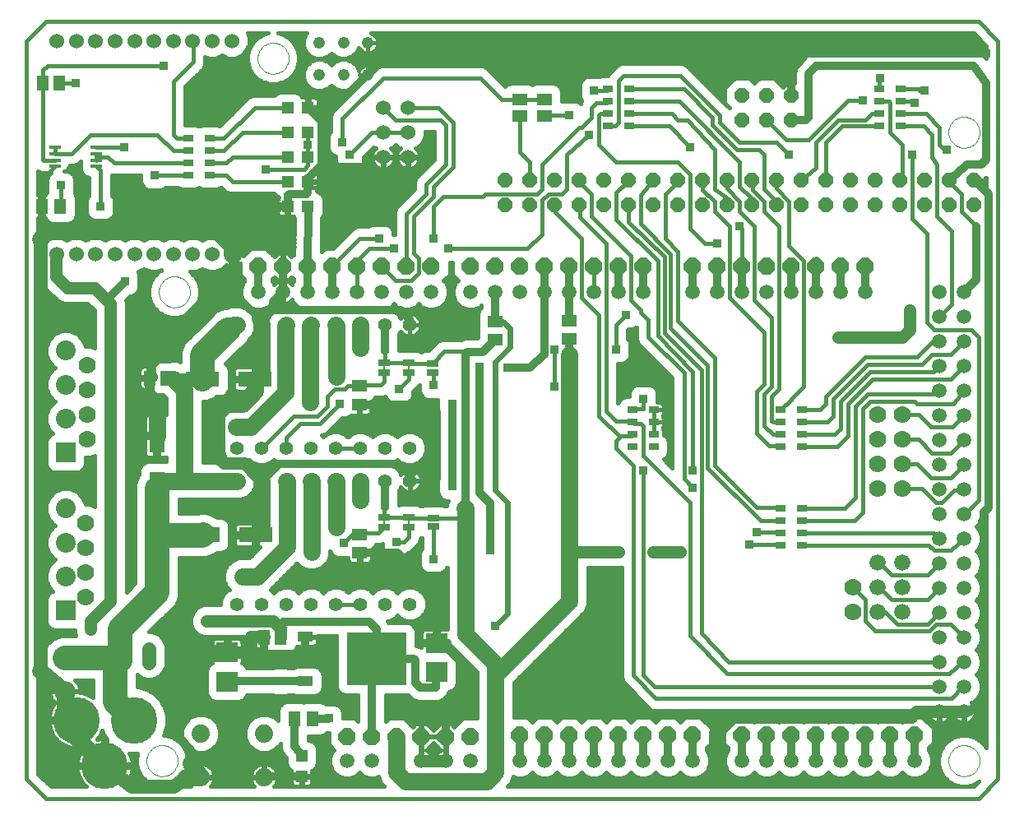
<source format=gtl>
G75*
G70*
%OFA0B0*%
%FSLAX24Y24*%
%IPPOS*%
%LPD*%
%AMOC8*
5,1,8,0,0,1.08239X$1,22.5*
%
%ADD10C,0.0160*%
%ADD11C,0.0000*%
%ADD12C,0.0594*%
%ADD13R,0.0472X0.0472*%
%ADD14R,0.0630X0.1378*%
%ADD15R,0.0591X0.0512*%
%ADD16C,0.0700*%
%ADD17C,0.0554*%
%ADD18C,0.0600*%
%ADD19R,0.0512X0.0591*%
%ADD20R,0.1378X0.0630*%
%ADD21R,0.0866X0.0787*%
%ADD22C,0.1890*%
%ADD23C,0.0560*%
%ADD24R,0.0472X0.0118*%
%ADD25OC8,0.0600*%
%ADD26R,0.0800X0.0800*%
%ADD27C,0.0800*%
%ADD28C,0.0860*%
%ADD29C,0.0740*%
%ADD30R,0.2441X0.2126*%
%ADD31R,0.0630X0.0394*%
%ADD32R,0.0433X0.0295*%
%ADD33C,0.0476*%
%ADD34OC8,0.0700*%
%ADD35C,0.0660*%
%ADD36R,0.0500X0.0250*%
%ADD37C,0.0080*%
%ADD38C,0.0500*%
%ADD39C,0.0700*%
%ADD40C,0.0400*%
%ADD41C,0.0320*%
%ADD42C,0.0660*%
%ADD43C,0.0240*%
%ADD44R,0.0356X0.0356*%
%ADD45C,0.1000*%
D10*
X001915Y001977D02*
X002702Y001189D01*
X040498Y001189D01*
X041285Y001977D01*
X041285Y031898D01*
X040498Y032685D01*
X002702Y032685D01*
X001915Y031898D01*
X001915Y001977D01*
X002395Y002176D02*
X002395Y024714D01*
X002493Y024714D01*
X002493Y025141D01*
X002589Y025141D01*
X002589Y024714D01*
X002675Y024714D01*
X002694Y024667D01*
X002806Y024555D01*
X002953Y024494D01*
X003624Y024494D01*
X003771Y024555D01*
X003884Y024667D01*
X003945Y024814D01*
X003945Y025564D01*
X003884Y025711D01*
X003870Y025725D01*
X003893Y025782D01*
X003893Y026297D01*
X003832Y026444D01*
X003720Y026556D01*
X004156Y026556D01*
X004171Y026520D02*
X004284Y026408D01*
X004431Y026347D01*
X004435Y026347D01*
X004435Y025631D01*
X004398Y025594D01*
X004337Y025447D01*
X004337Y024932D01*
X004398Y024785D01*
X004510Y024672D01*
X004657Y024611D01*
X005173Y024611D01*
X005320Y024672D01*
X005432Y024785D01*
X005493Y024932D01*
X005493Y025447D01*
X005432Y025594D01*
X005395Y025631D01*
X005395Y026459D01*
X005560Y026459D01*
X006537Y026459D01*
X006537Y026182D01*
X006598Y026035D01*
X006710Y025922D01*
X006857Y025861D01*
X007373Y025861D01*
X007520Y025922D01*
X007557Y025959D01*
X008044Y025959D01*
X008051Y025953D01*
X008198Y025892D01*
X008790Y025892D01*
X008915Y025944D01*
X009040Y025892D01*
X009632Y025892D01*
X009779Y025953D01*
X009786Y025959D01*
X009816Y025959D01*
X009993Y025782D01*
X010169Y025709D01*
X010360Y025709D01*
X011943Y025709D01*
X012039Y025614D01*
X012152Y025567D01*
X012121Y025536D01*
X012098Y025495D01*
X012085Y025449D01*
X012085Y025227D01*
X012463Y025227D01*
X012463Y025151D01*
X012085Y025151D01*
X012085Y024929D01*
X012098Y024884D01*
X012121Y024843D01*
X012155Y024809D01*
X012196Y024785D01*
X012242Y024773D01*
X012463Y024773D01*
X012463Y025151D01*
X012540Y025151D01*
X012540Y024773D01*
X012734Y024773D01*
X012753Y024726D01*
X012776Y024704D01*
X012760Y023245D01*
X012659Y023144D01*
X012534Y023269D01*
X012335Y023269D01*
X012335Y022760D01*
X012295Y022760D01*
X012295Y023269D01*
X012095Y023269D01*
X011971Y023144D01*
X011626Y023489D01*
X011004Y023489D01*
X010714Y023199D01*
X010714Y023236D01*
X010234Y023236D01*
X010234Y022757D01*
X010272Y022757D01*
X010346Y022768D01*
X010418Y022792D01*
X010485Y022826D01*
X010547Y022870D01*
X010565Y022889D01*
X010565Y022429D01*
X010755Y022239D01*
X010755Y022146D01*
X010724Y022116D01*
X010618Y021859D01*
X010618Y021582D01*
X010724Y021326D01*
X010920Y021130D01*
X011176Y021024D01*
X011454Y021024D01*
X011710Y021130D01*
X011906Y021326D01*
X011944Y021420D01*
X011951Y021410D01*
X012004Y021357D01*
X012065Y021313D01*
X012132Y021279D01*
X012203Y021256D01*
X012277Y021244D01*
X012296Y021244D01*
X012296Y021702D01*
X012333Y021702D01*
X012333Y021244D01*
X012352Y021244D01*
X012427Y021256D01*
X012498Y021279D01*
X012565Y021313D01*
X012626Y021357D01*
X012679Y021410D01*
X012685Y021420D01*
X012724Y021326D01*
X012920Y021130D01*
X013099Y021056D01*
X013018Y021022D01*
X012943Y020947D01*
X012867Y021022D01*
X012592Y021136D01*
X012293Y021136D01*
X012018Y021022D01*
X011779Y020783D01*
X011754Y020722D01*
X011740Y020735D01*
X011682Y020777D01*
X011618Y020810D01*
X011550Y020832D01*
X011479Y020843D01*
X011451Y020843D01*
X011451Y020395D01*
X011434Y020395D01*
X011434Y020843D01*
X011407Y020843D01*
X011335Y020832D01*
X011267Y020810D01*
X011203Y020777D01*
X011145Y020735D01*
X011120Y020710D01*
X011078Y020811D01*
X010867Y021022D01*
X010592Y021136D01*
X010163Y021136D01*
X010050Y021089D01*
X009917Y021089D01*
X009586Y020952D01*
X009333Y020699D01*
X008289Y019655D01*
X008152Y019324D01*
X008152Y018966D01*
X008152Y018880D01*
X008017Y018936D01*
X007719Y018936D01*
X007701Y018929D01*
X007259Y018929D01*
X007112Y018868D01*
X006999Y018755D01*
X006980Y018709D01*
X006973Y018709D01*
X006973Y018692D01*
X006938Y018608D01*
X006938Y018282D01*
X006877Y018282D01*
X006877Y018709D01*
X006645Y018709D01*
X006599Y018697D01*
X006558Y018673D01*
X006525Y018639D01*
X006501Y018598D01*
X006489Y018553D01*
X006489Y018282D01*
X006877Y018282D01*
X006877Y018186D01*
X006489Y018186D01*
X006489Y017915D01*
X006501Y017869D01*
X006525Y017828D01*
X006558Y017794D01*
X006599Y017771D01*
X006645Y017758D01*
X006877Y017758D01*
X006877Y018185D01*
X006938Y018185D01*
X006938Y017859D01*
X006973Y017775D01*
X006973Y017758D01*
X006980Y017758D01*
X006999Y017712D01*
X007112Y017599D01*
X007259Y017538D01*
X007455Y017538D01*
X007565Y017429D01*
X007565Y016754D01*
X007544Y016759D01*
X007283Y016759D01*
X007283Y015968D01*
X007128Y015968D01*
X007128Y016759D01*
X006867Y016759D01*
X006821Y016747D01*
X006780Y016723D01*
X006747Y016690D01*
X006723Y016649D01*
X006711Y016603D01*
X006711Y015968D01*
X007128Y015968D01*
X007128Y015813D01*
X006711Y015813D01*
X006711Y015177D01*
X006723Y015132D01*
X006747Y015091D01*
X006780Y015057D01*
X006821Y015033D01*
X006867Y015021D01*
X007128Y015021D01*
X007128Y015812D01*
X007283Y015812D01*
X007283Y015021D01*
X007544Y015021D01*
X007565Y015027D01*
X007565Y014853D01*
X006811Y014853D01*
X006664Y014792D01*
X006552Y014680D01*
X006491Y014533D01*
X006491Y014322D01*
X006443Y014274D01*
X006306Y013943D01*
X006306Y012018D01*
X006306Y011660D01*
X006306Y009903D01*
X005965Y009562D01*
X005965Y021110D01*
X005965Y021369D01*
X005956Y021389D01*
X006129Y021561D01*
X006173Y021561D01*
X006320Y021622D01*
X006432Y021735D01*
X006493Y021882D01*
X006493Y022397D01*
X006435Y022537D01*
X006436Y022537D01*
X006691Y022642D01*
X006945Y022537D01*
X007223Y022537D01*
X007382Y022602D01*
X007283Y022545D01*
X007091Y022353D01*
X006955Y022118D01*
X006885Y021856D01*
X006885Y021585D01*
X006955Y021323D01*
X007091Y021088D01*
X007283Y020897D01*
X007517Y020761D01*
X007779Y020691D01*
X008051Y020691D01*
X008312Y020761D01*
X008547Y020897D01*
X008739Y021088D01*
X008875Y021323D01*
X008945Y021585D01*
X008945Y021856D01*
X008875Y022118D01*
X008739Y022353D01*
X008556Y022537D01*
X008798Y022537D01*
X009053Y022642D01*
X009307Y022537D01*
X009586Y022537D01*
X009843Y022643D01*
X010011Y022811D01*
X010050Y022792D01*
X010121Y022768D01*
X010196Y022757D01*
X010234Y022757D01*
X010234Y023236D01*
X010234Y023236D01*
X010234Y023237D01*
X010234Y023237D01*
X010234Y023716D01*
X010272Y023716D01*
X010346Y023705D01*
X010418Y023681D01*
X010485Y023647D01*
X010547Y023603D01*
X010600Y023549D01*
X010644Y023488D01*
X010679Y023421D01*
X010702Y023349D01*
X010714Y023274D01*
X010714Y023237D01*
X010234Y023237D01*
X010234Y023716D01*
X010196Y023716D01*
X010121Y023705D01*
X010050Y023681D01*
X010011Y023662D01*
X009843Y023830D01*
X009586Y023936D01*
X009307Y023936D01*
X009053Y023831D01*
X008798Y023936D01*
X008520Y023936D01*
X008265Y023831D01*
X008011Y023936D01*
X007732Y023936D01*
X007478Y023831D01*
X007223Y023936D01*
X006945Y023936D01*
X006691Y023831D01*
X006436Y023936D01*
X006158Y023936D01*
X005903Y023831D01*
X005649Y023936D01*
X005370Y023936D01*
X005116Y023831D01*
X004861Y023936D01*
X004583Y023936D01*
X004328Y023831D01*
X004074Y023936D01*
X003795Y023936D01*
X003541Y023831D01*
X003286Y023936D01*
X003008Y023936D01*
X002751Y023830D01*
X002554Y023633D01*
X002447Y023376D01*
X002447Y023097D01*
X002465Y023055D01*
X002465Y022210D01*
X002564Y021971D01*
X002747Y021788D01*
X003197Y021338D01*
X003436Y021239D01*
X003694Y021239D01*
X004396Y021239D01*
X004665Y020970D01*
X004665Y019443D01*
X004514Y019505D01*
X004312Y019505D01*
X004193Y019792D01*
X003968Y020017D01*
X003674Y020139D01*
X003356Y020139D01*
X003062Y020017D01*
X002837Y019792D01*
X002715Y019498D01*
X002715Y019180D01*
X002837Y018886D01*
X003062Y018661D01*
X003088Y018650D01*
X003062Y018639D01*
X002837Y018414D01*
X002715Y018120D01*
X002715Y017802D01*
X002837Y017508D01*
X003062Y017283D01*
X003088Y017272D01*
X003062Y017261D01*
X002837Y017036D01*
X002715Y016742D01*
X002715Y016424D01*
X002837Y016130D01*
X002983Y015983D01*
X002888Y015944D01*
X002776Y015832D01*
X002715Y015685D01*
X002715Y014725D01*
X002776Y014578D01*
X002888Y014466D01*
X003035Y014405D01*
X003995Y014405D01*
X004142Y014466D01*
X004254Y014578D01*
X004315Y014725D01*
X004315Y015005D01*
X004514Y015005D01*
X004665Y015068D01*
X004665Y013025D01*
X004464Y013108D01*
X004313Y013108D01*
X004193Y013398D01*
X003968Y013623D01*
X003674Y013745D01*
X003356Y013745D01*
X003062Y013623D01*
X002837Y013398D01*
X002715Y013104D01*
X002715Y012786D01*
X002837Y012492D01*
X003062Y012267D01*
X003088Y012256D01*
X003062Y012245D01*
X002837Y012020D01*
X002715Y011726D01*
X002715Y011408D01*
X002837Y011114D01*
X003062Y010889D01*
X003088Y010878D01*
X003062Y010867D01*
X002837Y010642D01*
X002715Y010348D01*
X002715Y010030D01*
X002837Y009736D01*
X002983Y009590D01*
X002888Y009550D01*
X002776Y009438D01*
X002715Y009291D01*
X002715Y008332D01*
X002776Y008185D01*
X002888Y008072D01*
X003035Y008011D01*
X003865Y008011D01*
X003865Y007910D01*
X003912Y007798D01*
X003305Y007798D01*
X002974Y007661D01*
X002721Y007407D01*
X002584Y007077D01*
X002584Y006719D01*
X002721Y006388D01*
X002974Y006135D01*
X003180Y006049D01*
X003165Y006041D01*
X003087Y005985D01*
X003019Y005917D01*
X002963Y005839D01*
X002919Y005754D01*
X002889Y005662D01*
X002874Y005568D01*
X002874Y005538D01*
X003466Y005538D01*
X003466Y005501D01*
X002874Y005501D01*
X002874Y005472D01*
X002889Y005377D01*
X002919Y005285D01*
X002963Y005200D01*
X003019Y005122D01*
X003070Y005071D01*
X003028Y005018D01*
X002960Y004911D01*
X002906Y004798D01*
X002864Y004678D01*
X002836Y004555D01*
X002823Y004446D01*
X003866Y004446D01*
X003866Y004286D01*
X004026Y004286D01*
X004026Y003243D01*
X004135Y003256D01*
X004258Y003284D01*
X004269Y003288D01*
X004248Y003267D01*
X004169Y003168D01*
X004102Y003061D01*
X004047Y002947D01*
X004006Y002828D01*
X003977Y002705D01*
X003965Y002596D01*
X005008Y002596D01*
X005008Y002436D01*
X003965Y002436D01*
X003977Y002327D01*
X004006Y002204D01*
X004047Y002085D01*
X004102Y001971D01*
X004169Y001864D01*
X004248Y001765D01*
X004337Y001676D01*
X004346Y001669D01*
X002901Y001669D01*
X002395Y002176D01*
X002430Y002141D02*
X004028Y002141D01*
X003984Y002299D02*
X002395Y002299D01*
X002395Y002458D02*
X005008Y002458D01*
X005008Y002596D02*
X005008Y003639D01*
X004899Y003627D01*
X004776Y003599D01*
X004766Y003595D01*
X004786Y003616D01*
X004865Y003714D01*
X004932Y003821D01*
X004987Y003935D01*
X004990Y003944D01*
X005016Y003847D01*
X005168Y003584D01*
X005168Y002596D01*
X005008Y002596D01*
X005008Y002616D02*
X005168Y002616D01*
X005168Y002596D02*
X006211Y002596D01*
X006199Y002705D01*
X006171Y002828D01*
X006129Y002947D01*
X006093Y003022D01*
X006429Y003022D01*
X006385Y002856D01*
X006385Y002585D01*
X006455Y002323D01*
X006591Y002088D01*
X006783Y001897D01*
X007017Y001761D01*
X007279Y001691D01*
X007551Y001691D01*
X007812Y001761D01*
X008047Y001897D01*
X008239Y002088D01*
X008375Y002323D01*
X008445Y002585D01*
X008445Y002856D01*
X008375Y003118D01*
X008239Y003353D01*
X008047Y003545D01*
X007812Y003680D01*
X007551Y003751D01*
X007467Y003751D01*
X007522Y003847D01*
X007614Y004189D01*
X007614Y004544D01*
X007522Y004886D01*
X007345Y005192D01*
X007095Y005443D01*
X006788Y005620D01*
X006446Y005711D01*
X006415Y005711D01*
X006415Y006209D01*
X006501Y006123D01*
X006751Y006019D01*
X007021Y006019D01*
X007271Y006123D01*
X007463Y006314D01*
X007566Y006564D01*
X007566Y007394D01*
X007463Y007644D01*
X007271Y007836D01*
X007021Y007939D01*
X006887Y007939D01*
X007978Y009029D01*
X008115Y009360D01*
X008115Y009718D01*
X008106Y009740D01*
X008106Y010939D01*
X009222Y010939D01*
X009553Y011076D01*
X009632Y011155D01*
X009843Y011155D01*
X009990Y011216D01*
X010102Y011329D01*
X010163Y011476D01*
X010163Y012265D01*
X010102Y012412D01*
X009990Y012524D01*
X009843Y012585D01*
X009632Y012585D01*
X009584Y012633D01*
X009253Y012770D01*
X008895Y012770D01*
X008820Y012739D01*
X008106Y012739D01*
X008106Y013317D01*
X008216Y013317D01*
X010611Y013317D01*
X010887Y013431D01*
X011098Y013642D01*
X011140Y013743D01*
X011164Y013719D01*
X011223Y013676D01*
X011287Y013644D01*
X011355Y013621D01*
X011426Y013610D01*
X011454Y013610D01*
X011454Y014058D01*
X011471Y014058D01*
X011471Y013610D01*
X011498Y013610D01*
X011569Y013621D01*
X011638Y013644D01*
X011702Y013676D01*
X011715Y013686D01*
X011715Y012365D01*
X011278Y012365D01*
X011278Y011948D01*
X011123Y011948D01*
X011123Y012365D01*
X010488Y012365D01*
X010442Y012353D01*
X010401Y012329D01*
X010367Y012296D01*
X010344Y012255D01*
X010331Y012209D01*
X010331Y011948D01*
X011123Y011948D01*
X011123Y011793D01*
X011278Y011793D01*
X011278Y011375D01*
X011391Y011375D01*
X010954Y010939D01*
X010516Y010939D01*
X010240Y010825D01*
X010029Y010614D01*
X009915Y010338D01*
X009915Y010040D01*
X010029Y009764D01*
X010131Y009663D01*
X010079Y009641D01*
X009888Y009451D01*
X009785Y009202D01*
X009785Y009039D01*
X009086Y009039D01*
X008847Y008940D01*
X008815Y008908D01*
X008810Y008906D01*
X008698Y008794D01*
X008696Y008789D01*
X008664Y008757D01*
X008565Y008519D01*
X008565Y008260D01*
X008664Y008021D01*
X008696Y007989D01*
X008698Y007985D01*
X008810Y007872D01*
X008815Y007870D01*
X008847Y007838D01*
X009086Y007739D01*
X011496Y007739D01*
X011496Y007684D01*
X011109Y007684D01*
X011109Y007413D01*
X011121Y007367D01*
X011145Y007326D01*
X011178Y007293D01*
X011219Y007269D01*
X011265Y007257D01*
X011496Y007257D01*
X011496Y007684D01*
X011558Y007684D01*
X011558Y007357D01*
X011592Y007274D01*
X011592Y007257D01*
X011599Y007257D01*
X011619Y007210D01*
X011731Y007098D01*
X011878Y007037D01*
X012549Y007037D01*
X012696Y007098D01*
X012809Y007210D01*
X012870Y007357D01*
X012870Y007365D01*
X012886Y007360D01*
X013207Y007360D01*
X013207Y007718D01*
X013244Y007718D01*
X013244Y007755D01*
X013720Y007755D01*
X013720Y007779D01*
X014479Y007779D01*
X014479Y005697D01*
X014540Y005550D01*
X014652Y005437D01*
X014799Y005376D01*
X015355Y005376D01*
X015355Y004310D01*
X015226Y004439D01*
X014743Y004439D01*
X014743Y004697D01*
X014682Y004844D01*
X014570Y004956D01*
X014423Y005017D01*
X014042Y005017D01*
X014004Y005055D01*
X013857Y005116D01*
X013186Y005116D01*
X013148Y005100D01*
X013109Y005116D01*
X012438Y005116D01*
X012291Y005055D01*
X012179Y004943D01*
X012118Y004796D01*
X012118Y004345D01*
X011981Y004482D01*
X011698Y004599D01*
X011392Y004599D01*
X011109Y004482D01*
X010892Y004265D01*
X010775Y003982D01*
X010775Y003676D01*
X010892Y003393D01*
X011109Y003176D01*
X011392Y003059D01*
X011698Y003059D01*
X011981Y003176D01*
X012198Y003393D01*
X012214Y003432D01*
X012214Y003364D01*
X012204Y003293D01*
X012214Y003253D01*
X012214Y003213D01*
X012241Y003146D01*
X012259Y003077D01*
X012283Y003044D01*
X012299Y003007D01*
X012350Y002956D01*
X012438Y002838D01*
X012438Y002607D01*
X012499Y002460D01*
X012612Y002348D01*
X012658Y002329D01*
X012658Y002134D01*
X013036Y002134D01*
X013036Y002058D01*
X012658Y002058D01*
X012658Y001836D01*
X012670Y001791D01*
X012694Y001750D01*
X012728Y001716D01*
X012769Y001692D01*
X012814Y001680D01*
X013036Y001680D01*
X013036Y002058D01*
X013113Y002058D01*
X013113Y002134D01*
X013491Y002134D01*
X013491Y002329D01*
X013537Y002348D01*
X013650Y002460D01*
X013711Y002607D01*
X013711Y003239D01*
X013650Y003386D01*
X013537Y003498D01*
X013390Y003559D01*
X013334Y003559D01*
X013334Y003726D01*
X013857Y003726D01*
X014004Y003786D01*
X014079Y003861D01*
X014165Y003861D01*
X014165Y003379D01*
X014376Y003167D01*
X014324Y003116D01*
X014218Y002859D01*
X014218Y002582D01*
X014324Y002326D01*
X014520Y002130D01*
X014776Y002024D01*
X015054Y002024D01*
X015310Y002130D01*
X015415Y002235D01*
X015520Y002130D01*
X015776Y002024D01*
X016054Y002024D01*
X016172Y002073D01*
X016279Y001814D01*
X016424Y001669D01*
X011943Y001669D01*
X011964Y001691D01*
X012015Y001761D01*
X012055Y001838D01*
X012081Y001920D01*
X012095Y002006D01*
X012095Y002029D01*
X011565Y002029D01*
X011565Y002069D01*
X012095Y002069D01*
X012095Y002093D01*
X012081Y002178D01*
X012055Y002260D01*
X012015Y002338D01*
X011964Y002408D01*
X011903Y002469D01*
X011833Y002520D01*
X011756Y002559D01*
X011674Y002586D01*
X011588Y002599D01*
X011565Y002599D01*
X011565Y002070D01*
X011525Y002070D01*
X011525Y002599D01*
X011502Y002599D01*
X011416Y002586D01*
X011334Y002559D01*
X011257Y002520D01*
X011187Y002469D01*
X011125Y002408D01*
X011075Y002338D01*
X011035Y002260D01*
X011009Y002178D01*
X010995Y002093D01*
X010995Y002069D01*
X011525Y002069D01*
X011525Y002029D01*
X010995Y002029D01*
X010995Y002006D01*
X011009Y001920D01*
X011035Y001838D01*
X011075Y001761D01*
X011125Y001691D01*
X011147Y001669D01*
X009383Y001669D01*
X009404Y001691D01*
X009455Y001761D01*
X009495Y001838D01*
X009521Y001920D01*
X009535Y002006D01*
X009535Y002029D01*
X009005Y002029D01*
X009005Y002069D01*
X009535Y002069D01*
X009535Y002093D01*
X009521Y002178D01*
X009495Y002260D01*
X009455Y002338D01*
X009404Y002408D01*
X009343Y002469D01*
X009273Y002520D01*
X009196Y002559D01*
X009114Y002586D01*
X009028Y002599D01*
X009005Y002599D01*
X009005Y002070D01*
X008965Y002070D01*
X008965Y002599D01*
X008942Y002599D01*
X008856Y002586D01*
X008774Y002559D01*
X008697Y002520D01*
X008627Y002469D01*
X008565Y002408D01*
X008515Y002338D01*
X008475Y002260D01*
X008449Y002178D01*
X008435Y002093D01*
X008435Y002069D01*
X008965Y002069D01*
X008965Y002029D01*
X008435Y002029D01*
X008435Y002006D01*
X008449Y001920D01*
X008475Y001838D01*
X008515Y001761D01*
X008565Y001691D01*
X008587Y001669D01*
X005830Y001669D01*
X005839Y001676D01*
X005928Y001765D01*
X006007Y001864D01*
X006074Y001971D01*
X006129Y002085D01*
X006171Y002204D01*
X006199Y002327D01*
X006211Y002436D01*
X005168Y002436D01*
X005168Y002596D01*
X005168Y002458D02*
X006419Y002458D01*
X006385Y002616D02*
X006209Y002616D01*
X006183Y002775D02*
X006385Y002775D01*
X006406Y002933D02*
X006134Y002933D01*
X006192Y002299D02*
X006469Y002299D01*
X006561Y002141D02*
X006149Y002141D01*
X006079Y001982D02*
X006697Y001982D01*
X006909Y001823D02*
X005975Y001823D01*
X005168Y002775D02*
X005008Y002775D01*
X005008Y002933D02*
X005168Y002933D01*
X005168Y003092D02*
X005008Y003092D01*
X005008Y003250D02*
X005168Y003250D01*
X005168Y003409D02*
X005008Y003409D01*
X005008Y003567D02*
X005168Y003567D01*
X005086Y003726D02*
X004872Y003726D01*
X004963Y003885D02*
X005006Y003885D01*
X004026Y003885D02*
X003866Y003885D01*
X003866Y004043D02*
X004026Y004043D01*
X004026Y004202D02*
X003866Y004202D01*
X003866Y004286D02*
X003866Y003243D01*
X003758Y003256D01*
X003635Y003284D01*
X003515Y003326D01*
X003401Y003380D01*
X003294Y003448D01*
X003196Y003526D01*
X003106Y003616D01*
X003028Y003714D01*
X002960Y003821D01*
X002906Y003935D01*
X002864Y004055D01*
X002836Y004178D01*
X002823Y004286D01*
X003866Y004286D01*
X003866Y004360D02*
X002395Y004360D01*
X002395Y004202D02*
X002833Y004202D01*
X002868Y004043D02*
X002395Y004043D01*
X002395Y003885D02*
X002930Y003885D01*
X003020Y003726D02*
X002395Y003726D01*
X002395Y003567D02*
X003155Y003567D01*
X003356Y003409D02*
X002395Y003409D01*
X002395Y003250D02*
X003805Y003250D01*
X003866Y003250D02*
X004026Y003250D01*
X004088Y003250D02*
X004235Y003250D01*
X004121Y003092D02*
X002395Y003092D01*
X002395Y002933D02*
X004042Y002933D01*
X003993Y002775D02*
X002395Y002775D01*
X002395Y002616D02*
X003967Y002616D01*
X004097Y001982D02*
X002588Y001982D01*
X002747Y001823D02*
X004202Y001823D01*
X004026Y003409D02*
X003866Y003409D01*
X003866Y003567D02*
X004026Y003567D01*
X004026Y003726D02*
X003866Y003726D01*
X002832Y004519D02*
X002395Y004519D01*
X002395Y004677D02*
X002864Y004677D01*
X002924Y004836D02*
X002395Y004836D01*
X002395Y004994D02*
X003013Y004994D01*
X002997Y005153D02*
X002395Y005153D01*
X002395Y005311D02*
X002910Y005311D01*
X002874Y005470D02*
X002395Y005470D01*
X002395Y005629D02*
X002884Y005629D01*
X002936Y005787D02*
X002395Y005787D01*
X002395Y005946D02*
X003048Y005946D01*
X003048Y006104D02*
X002395Y006104D01*
X002395Y006263D02*
X002846Y006263D01*
X002707Y006421D02*
X002395Y006421D01*
X002395Y006580D02*
X002642Y006580D01*
X002584Y006738D02*
X002395Y006738D01*
X002395Y006897D02*
X002584Y006897D01*
X002584Y007055D02*
X002395Y007055D01*
X002395Y007214D02*
X002641Y007214D01*
X002707Y007372D02*
X002395Y007372D01*
X002395Y007531D02*
X002845Y007531D01*
X003045Y007690D02*
X002395Y007690D01*
X002395Y007848D02*
X003891Y007848D01*
X003865Y008007D02*
X002395Y008007D01*
X002395Y008165D02*
X002795Y008165D01*
X002718Y008324D02*
X002395Y008324D01*
X002395Y008482D02*
X002715Y008482D01*
X002715Y008641D02*
X002395Y008641D01*
X002395Y008799D02*
X002715Y008799D01*
X002715Y008958D02*
X002395Y008958D01*
X002395Y009116D02*
X002715Y009116D01*
X002715Y009275D02*
X002395Y009275D01*
X002395Y009434D02*
X002774Y009434D01*
X002981Y009592D02*
X002395Y009592D01*
X002395Y009751D02*
X002831Y009751D01*
X002765Y009909D02*
X002395Y009909D01*
X002395Y010068D02*
X002715Y010068D01*
X002715Y010226D02*
X002395Y010226D01*
X002395Y010385D02*
X002730Y010385D01*
X002796Y010543D02*
X002395Y010543D01*
X002395Y010702D02*
X002896Y010702D01*
X003055Y010860D02*
X002395Y010860D01*
X002395Y011019D02*
X002932Y011019D01*
X002810Y011178D02*
X002395Y011178D01*
X002395Y011336D02*
X002745Y011336D01*
X002715Y011495D02*
X002395Y011495D01*
X002395Y011653D02*
X002715Y011653D01*
X002750Y011812D02*
X002395Y011812D01*
X002395Y011970D02*
X002816Y011970D01*
X002945Y012129D02*
X002395Y012129D01*
X002395Y012287D02*
X003041Y012287D01*
X002883Y012446D02*
X002395Y012446D01*
X002395Y012604D02*
X002790Y012604D01*
X002724Y012763D02*
X002395Y012763D01*
X002395Y012921D02*
X002715Y012921D01*
X002715Y013080D02*
X002395Y013080D01*
X002395Y013239D02*
X002771Y013239D01*
X002836Y013397D02*
X002395Y013397D01*
X002395Y013556D02*
X002994Y013556D01*
X003281Y013714D02*
X002395Y013714D01*
X002395Y013873D02*
X004665Y013873D01*
X004665Y014031D02*
X002395Y014031D01*
X002395Y014190D02*
X004665Y014190D01*
X004665Y014348D02*
X002395Y014348D01*
X002395Y014507D02*
X002847Y014507D01*
X002740Y014665D02*
X002395Y014665D01*
X002395Y014824D02*
X002715Y014824D01*
X002715Y014983D02*
X002395Y014983D01*
X002395Y015141D02*
X002715Y015141D01*
X002715Y015300D02*
X002395Y015300D01*
X002395Y015458D02*
X002715Y015458D01*
X002715Y015617D02*
X002395Y015617D01*
X002395Y015775D02*
X002753Y015775D01*
X002878Y015934D02*
X002395Y015934D01*
X002395Y016092D02*
X002874Y016092D01*
X002787Y016251D02*
X002395Y016251D01*
X002395Y016409D02*
X002721Y016409D01*
X002715Y016568D02*
X002395Y016568D01*
X002395Y016727D02*
X002715Y016727D01*
X002774Y016885D02*
X002395Y016885D01*
X002395Y017044D02*
X002844Y017044D01*
X003003Y017202D02*
X002395Y017202D01*
X002395Y017361D02*
X002984Y017361D01*
X002832Y017519D02*
X002395Y017519D01*
X002395Y017678D02*
X002766Y017678D01*
X002715Y017836D02*
X002395Y017836D01*
X002395Y017995D02*
X002715Y017995D01*
X002729Y018153D02*
X002395Y018153D01*
X002395Y018312D02*
X002794Y018312D01*
X002893Y018471D02*
X002395Y018471D01*
X002395Y018629D02*
X003052Y018629D01*
X002935Y018788D02*
X002395Y018788D01*
X002395Y018946D02*
X002812Y018946D01*
X002746Y019105D02*
X002395Y019105D01*
X002395Y019263D02*
X002715Y019263D01*
X002715Y019422D02*
X002395Y019422D01*
X002395Y019580D02*
X002749Y019580D01*
X002815Y019739D02*
X002395Y019739D01*
X002395Y019897D02*
X002942Y019897D01*
X003156Y020056D02*
X002395Y020056D01*
X002395Y020214D02*
X004665Y020214D01*
X004665Y020056D02*
X003874Y020056D01*
X004088Y019897D02*
X004665Y019897D01*
X004665Y019739D02*
X004215Y019739D01*
X004281Y019580D02*
X004665Y019580D01*
X004665Y020373D02*
X002395Y020373D01*
X002395Y020532D02*
X004665Y020532D01*
X004665Y020690D02*
X002395Y020690D01*
X002395Y020849D02*
X004665Y020849D01*
X004628Y021007D02*
X002395Y021007D01*
X002395Y021166D02*
X004469Y021166D01*
X003230Y021324D02*
X002395Y021324D01*
X002395Y021483D02*
X003052Y021483D01*
X002894Y021641D02*
X002395Y021641D01*
X002395Y021800D02*
X002735Y021800D01*
X002576Y021958D02*
X002395Y021958D01*
X002395Y022117D02*
X002503Y022117D01*
X002465Y022276D02*
X002395Y022276D01*
X002395Y022434D02*
X002465Y022434D01*
X002465Y022593D02*
X002395Y022593D01*
X002395Y022751D02*
X002465Y022751D01*
X002465Y022910D02*
X002395Y022910D01*
X002395Y023068D02*
X002459Y023068D01*
X002447Y023227D02*
X002395Y023227D01*
X002395Y023385D02*
X002451Y023385D01*
X002395Y023544D02*
X002517Y023544D01*
X002623Y023702D02*
X002395Y023702D01*
X002395Y023861D02*
X002826Y023861D01*
X002395Y024020D02*
X012769Y024020D01*
X012770Y024178D02*
X002395Y024178D01*
X002395Y024337D02*
X012772Y024337D01*
X012774Y024495D02*
X003627Y024495D01*
X003870Y024654D02*
X004555Y024654D01*
X004386Y024812D02*
X003944Y024812D01*
X003945Y024971D02*
X004337Y024971D01*
X004337Y025129D02*
X003945Y025129D01*
X003945Y025288D02*
X004337Y025288D01*
X004337Y025446D02*
X003945Y025446D01*
X003928Y025605D02*
X004409Y025605D01*
X004435Y025764D02*
X003886Y025764D01*
X003893Y025922D02*
X004435Y025922D01*
X004435Y026081D02*
X003893Y026081D01*
X003893Y026239D02*
X004435Y026239D01*
X004308Y026398D02*
X003851Y026398D01*
X003720Y026556D02*
X003573Y026617D01*
X003444Y026617D01*
X003452Y026625D01*
X003546Y026664D01*
X003658Y026776D01*
X003684Y026838D01*
X003839Y026838D01*
X004015Y026911D01*
X004110Y027006D01*
X004110Y026944D01*
X004110Y026667D01*
X004171Y026520D01*
X004110Y026715D02*
X003597Y026715D01*
X003925Y026873D02*
X004110Y026873D01*
X003743Y027318D02*
X004515Y028089D01*
X007215Y028089D01*
X007865Y027439D01*
X008494Y027439D01*
X008494Y027939D02*
X008015Y027939D01*
X007865Y028089D01*
X007865Y030239D01*
X008665Y031039D01*
X008665Y031892D01*
X008659Y031898D01*
X009145Y031265D02*
X009307Y031198D01*
X009586Y031198D01*
X009840Y031303D01*
X010095Y031198D01*
X010373Y031198D01*
X010630Y031305D01*
X010827Y031501D01*
X010934Y031759D01*
X010934Y032037D01*
X010864Y032205D01*
X011728Y032205D01*
X011517Y032149D01*
X011283Y032013D01*
X011091Y031822D01*
X010955Y031587D01*
X010885Y031325D01*
X010885Y031054D01*
X010955Y030792D01*
X011091Y030557D01*
X011283Y030365D01*
X011517Y030230D01*
X011779Y030159D01*
X012051Y030159D01*
X012312Y030230D01*
X012547Y030365D01*
X012739Y030557D01*
X012875Y030792D01*
X012945Y031054D01*
X012945Y031325D01*
X012875Y031587D01*
X012739Y031822D01*
X012547Y032013D01*
X012312Y032149D01*
X012102Y032205D01*
X013276Y032205D01*
X013240Y032170D01*
X013143Y031935D01*
X013143Y031682D01*
X013240Y031447D01*
X013419Y031268D01*
X013654Y031171D01*
X013908Y031171D01*
X014142Y031268D01*
X014273Y031399D01*
X014404Y031268D01*
X014638Y031171D01*
X014892Y031171D01*
X015126Y031268D01*
X015306Y031447D01*
X015377Y031619D01*
X015392Y031590D01*
X015431Y031536D01*
X015477Y031490D01*
X015530Y031451D01*
X015589Y031421D01*
X015651Y031401D01*
X015716Y031391D01*
X015749Y031391D01*
X015749Y031808D01*
X015749Y031808D01*
X015749Y031391D01*
X015782Y031391D01*
X015847Y031401D01*
X015910Y031421D01*
X015968Y031451D01*
X016021Y031490D01*
X016068Y031536D01*
X016106Y031590D01*
X016136Y031648D01*
X016157Y031711D01*
X016167Y031776D01*
X016167Y031808D01*
X015750Y031808D01*
X015750Y031809D01*
X016167Y031809D01*
X016167Y031841D01*
X016157Y031906D01*
X016136Y031969D01*
X016106Y032028D01*
X016068Y032081D01*
X016021Y032127D01*
X015968Y032166D01*
X015910Y032196D01*
X015880Y032205D01*
X040299Y032205D01*
X040805Y031699D01*
X040805Y031169D01*
X040790Y031206D01*
X040744Y031253D01*
X040706Y031305D01*
X040666Y031330D01*
X040632Y031364D01*
X040572Y031389D01*
X040517Y031423D01*
X040470Y031431D01*
X040426Y031449D01*
X040361Y031449D01*
X040297Y031460D01*
X040251Y031449D01*
X034004Y031449D01*
X033983Y031456D01*
X033894Y031449D01*
X033804Y031449D01*
X033783Y031441D01*
X033761Y031439D01*
X033681Y031398D01*
X033598Y031364D01*
X033582Y031348D01*
X033562Y031338D01*
X033504Y031270D01*
X033440Y031206D01*
X033432Y031186D01*
X033204Y030920D01*
X033140Y030856D01*
X033132Y030836D01*
X033117Y030819D01*
X033089Y030734D01*
X033055Y030651D01*
X033055Y030628D01*
X033048Y030607D01*
X033055Y030518D01*
X033055Y030169D01*
X032935Y030169D01*
X032935Y029710D01*
X032895Y029710D01*
X032895Y030169D01*
X032716Y030169D01*
X032571Y030024D01*
X032205Y030389D01*
X031625Y030389D01*
X031415Y030179D01*
X031205Y030389D01*
X030625Y030389D01*
X030215Y029979D01*
X030215Y029399D01*
X030425Y029189D01*
X030409Y029174D01*
X030287Y029296D01*
X028687Y030896D01*
X028510Y030969D01*
X028319Y030969D01*
X026019Y030969D01*
X025843Y030896D01*
X025708Y030761D01*
X025508Y030561D01*
X025477Y030487D01*
X025198Y030487D01*
X025150Y030467D01*
X024657Y030467D01*
X024510Y030406D01*
X024398Y030294D01*
X024337Y030147D01*
X024337Y029632D01*
X024398Y029485D01*
X024415Y029468D01*
X024408Y029461D01*
X024366Y029360D01*
X024320Y029406D01*
X024173Y029467D01*
X023657Y029467D01*
X023610Y029448D01*
X023610Y029859D01*
X023549Y030006D01*
X023437Y030119D01*
X023290Y030180D01*
X022540Y030180D01*
X022415Y030128D01*
X022290Y030180D01*
X021540Y030180D01*
X021393Y030119D01*
X021329Y030054D01*
X020722Y030661D01*
X020587Y030796D01*
X020410Y030869D01*
X016269Y030869D01*
X016093Y030796D01*
X016072Y030775D01*
X016068Y030782D01*
X016021Y030828D01*
X015968Y030867D01*
X015910Y030897D01*
X015847Y030917D01*
X015782Y030927D01*
X015749Y030927D01*
X015716Y030927D01*
X015651Y030917D01*
X015589Y030897D01*
X015530Y030867D01*
X015477Y030828D01*
X015431Y030782D01*
X015392Y030728D01*
X015377Y030699D01*
X015306Y030871D01*
X015126Y031050D01*
X014892Y031147D01*
X014638Y031147D01*
X014404Y031050D01*
X014273Y030919D01*
X014142Y031050D01*
X013908Y031147D01*
X013654Y031147D01*
X013419Y031050D01*
X013240Y030871D01*
X013143Y030636D01*
X013143Y030382D01*
X013240Y030148D01*
X013419Y029969D01*
X013654Y029872D01*
X013908Y029872D01*
X014142Y029969D01*
X014273Y030100D01*
X014404Y029969D01*
X014638Y029872D01*
X014892Y029872D01*
X015126Y029969D01*
X015306Y030148D01*
X015377Y030320D01*
X015392Y030290D01*
X015431Y030237D01*
X015477Y030191D01*
X015483Y030186D01*
X014308Y029011D01*
X014235Y028835D01*
X014235Y028644D01*
X014235Y028231D01*
X014198Y028194D01*
X014137Y028047D01*
X014137Y027532D01*
X014198Y027385D01*
X014310Y027272D01*
X014437Y027220D01*
X014437Y027032D01*
X013965Y027032D01*
X013915Y026889D02*
X013865Y026839D01*
X013915Y026889D02*
X015715Y026889D01*
X016012Y027186D01*
X016381Y027186D01*
X016381Y027186D01*
X017381Y027186D01*
X017401Y027190D02*
X018435Y027190D01*
X018435Y027088D02*
X017843Y026496D01*
X017708Y026361D01*
X017635Y026185D01*
X017635Y025888D01*
X017043Y025296D01*
X016908Y025161D01*
X016835Y024985D01*
X016835Y024067D01*
X016793Y024067D01*
X016793Y024147D01*
X016732Y024294D01*
X016620Y024406D01*
X016473Y024467D01*
X015957Y024467D01*
X015810Y024406D01*
X015773Y024369D01*
X015319Y024369D01*
X015143Y024296D01*
X015008Y024161D01*
X014336Y023489D01*
X014004Y023489D01*
X013882Y023367D01*
X013896Y024719D01*
X013904Y024726D01*
X013965Y024873D01*
X013965Y025505D01*
X013904Y025652D01*
X013791Y025765D01*
X013678Y025812D01*
X013709Y025843D01*
X013732Y025884D01*
X013745Y025929D01*
X013745Y026151D01*
X013367Y026151D01*
X013367Y026227D01*
X013745Y026227D01*
X013745Y026449D01*
X013732Y026495D01*
X013709Y026536D01*
X013700Y026545D01*
X013735Y026581D01*
X013740Y026593D01*
X013791Y026614D01*
X013904Y026726D01*
X013965Y026873D01*
X013964Y026873D02*
X014509Y026873D01*
X014498Y026885D02*
X014610Y026772D01*
X014757Y026711D01*
X015273Y026711D01*
X015420Y026772D01*
X015532Y026885D01*
X015593Y027032D01*
X015926Y027032D01*
X015936Y027002D02*
X015913Y027074D01*
X015901Y027148D01*
X015901Y027166D01*
X016361Y027166D01*
X016401Y027166D01*
X016401Y027206D01*
X016861Y027206D01*
X016861Y027224D01*
X016849Y027299D01*
X016826Y027370D01*
X016791Y027438D01*
X016747Y027499D01*
X016693Y027552D01*
X016688Y027556D01*
X016777Y027593D01*
X016881Y027696D01*
X016984Y027593D01*
X017073Y027556D01*
X017068Y027552D01*
X017015Y027499D01*
X016970Y027438D01*
X016936Y027370D01*
X016913Y027299D01*
X016901Y027224D01*
X016901Y027206D01*
X017361Y027206D01*
X017361Y027166D01*
X017401Y027166D01*
X017401Y027206D01*
X017861Y027206D01*
X017861Y027224D01*
X017849Y027299D01*
X017826Y027370D01*
X017791Y027438D01*
X017747Y027499D01*
X017694Y027552D01*
X017688Y027556D01*
X017777Y027593D01*
X017974Y027790D01*
X018081Y028047D01*
X018081Y028209D01*
X018435Y028209D01*
X018435Y027088D01*
X018379Y027032D02*
X017835Y027032D01*
X017826Y027002D02*
X017849Y027074D01*
X017861Y027148D01*
X017861Y027166D01*
X017401Y027166D01*
X017401Y026706D01*
X017419Y026706D01*
X017493Y026718D01*
X017565Y026741D01*
X017632Y026776D01*
X017694Y026820D01*
X017747Y026873D01*
X018220Y026873D01*
X018062Y026715D02*
X017473Y026715D01*
X017401Y026715D02*
X017361Y026715D01*
X017361Y026706D02*
X017361Y027166D01*
X016901Y027166D01*
X016901Y027148D01*
X016913Y027074D01*
X016936Y027002D01*
X016970Y026935D01*
X017015Y026873D01*
X016747Y026873D01*
X016791Y026935D01*
X016826Y027002D01*
X016849Y027074D01*
X016861Y027148D01*
X016861Y027166D01*
X016401Y027166D01*
X016401Y026706D01*
X016419Y026706D01*
X016493Y026718D01*
X016565Y026741D01*
X016632Y026776D01*
X016693Y026820D01*
X016747Y026873D01*
X016835Y027032D02*
X016926Y027032D01*
X017015Y026873D02*
X017068Y026820D01*
X017129Y026776D01*
X017197Y026741D01*
X017268Y026718D01*
X017343Y026706D01*
X017361Y026706D01*
X017289Y026715D02*
X016473Y026715D01*
X016401Y026715D02*
X016361Y026715D01*
X016361Y026706D02*
X016361Y027166D01*
X016361Y027206D01*
X015901Y027206D01*
X015901Y027224D01*
X015913Y027299D01*
X015936Y027370D01*
X015970Y027438D01*
X016015Y027499D01*
X016068Y027552D01*
X016073Y027556D01*
X015993Y027589D01*
X015593Y027189D01*
X015593Y027032D01*
X015595Y027190D02*
X016361Y027190D01*
X016401Y027190D02*
X017361Y027190D01*
X017361Y027032D02*
X017401Y027032D01*
X017401Y026873D02*
X017361Y026873D01*
X017747Y026873D02*
X017791Y026935D01*
X017826Y027002D01*
X017833Y027349D02*
X018435Y027349D01*
X018435Y027507D02*
X017738Y027507D01*
X017851Y027666D02*
X018435Y027666D01*
X018435Y027825D02*
X017989Y027825D01*
X018054Y027983D02*
X018435Y027983D01*
X018435Y028142D02*
X018081Y028142D01*
X017381Y028186D02*
X016381Y028186D01*
X015912Y028186D01*
X015015Y027289D01*
X014437Y027190D02*
X013965Y027190D01*
X013965Y027349D02*
X014233Y027349D01*
X014147Y027507D02*
X013964Y027507D01*
X013965Y027505D02*
X013906Y027645D01*
X013906Y027733D01*
X013965Y027873D01*
X013965Y028505D01*
X013904Y028652D01*
X013791Y028765D01*
X013678Y028812D01*
X013709Y028843D01*
X013732Y028884D01*
X013745Y028929D01*
X013745Y029151D01*
X013367Y029151D01*
X013367Y029227D01*
X013745Y029227D01*
X013745Y029449D01*
X013732Y029495D01*
X013709Y029536D01*
X013675Y029570D01*
X013634Y029593D01*
X013588Y029605D01*
X013366Y029605D01*
X013366Y029228D01*
X013290Y029228D01*
X013290Y029605D01*
X013096Y029605D01*
X013077Y029652D01*
X012964Y029765D01*
X012817Y029825D01*
X012186Y029825D01*
X012039Y029765D01*
X011943Y029669D01*
X011260Y029669D01*
X011069Y029669D01*
X010893Y029596D01*
X009739Y028443D01*
X009632Y028487D01*
X009040Y028487D01*
X008915Y028435D01*
X008790Y028487D01*
X008345Y028487D01*
X008345Y030040D01*
X009072Y030767D01*
X009145Y030944D01*
X009145Y031135D01*
X009145Y031265D01*
X009145Y031154D02*
X010885Y031154D01*
X010885Y031313D02*
X010638Y031313D01*
X010797Y031471D02*
X010924Y031471D01*
X010880Y031630D02*
X010980Y031630D01*
X010934Y031788D02*
X011071Y031788D01*
X010934Y031947D02*
X011216Y031947D01*
X011442Y032105D02*
X010906Y032105D01*
X010901Y030995D02*
X009145Y030995D01*
X009101Y030837D02*
X010943Y030837D01*
X011021Y030678D02*
X008983Y030678D01*
X008824Y030520D02*
X011128Y030520D01*
X011289Y030361D02*
X008666Y030361D01*
X008507Y030203D02*
X011618Y030203D01*
X012001Y029727D02*
X008345Y029727D01*
X008345Y029569D02*
X010865Y029569D01*
X010707Y029410D02*
X008345Y029410D01*
X008345Y029251D02*
X010548Y029251D01*
X010390Y029093D02*
X008345Y029093D01*
X008345Y028934D02*
X010231Y028934D01*
X010073Y028776D02*
X008345Y028776D01*
X008345Y028617D02*
X009914Y028617D01*
X009756Y028459D02*
X009700Y028459D01*
X009915Y027939D02*
X009336Y027939D01*
X009336Y027439D02*
X009915Y027439D01*
X010665Y028189D01*
X012502Y028189D01*
X013328Y028189D02*
X013328Y027689D01*
X013328Y027189D01*
X013328Y026853D01*
X013165Y026689D01*
X011615Y026689D01*
X012502Y026189D02*
X010265Y026189D01*
X010015Y026439D01*
X009336Y026439D01*
X009336Y026939D02*
X010015Y026939D01*
X010265Y027189D01*
X012502Y027189D01*
X013328Y026303D02*
X013328Y026189D01*
X013328Y025989D01*
X013378Y025939D01*
X013865Y025939D01*
X014215Y025589D01*
X013965Y025446D02*
X017193Y025446D01*
X017035Y025288D02*
X013965Y025288D01*
X013965Y025129D02*
X016895Y025129D01*
X016835Y024971D02*
X013965Y024971D01*
X013939Y024812D02*
X016835Y024812D01*
X016835Y024654D02*
X013895Y024654D01*
X013894Y024495D02*
X016835Y024495D01*
X016835Y024337D02*
X016689Y024337D01*
X016780Y024178D02*
X016835Y024178D01*
X016215Y023889D02*
X015415Y023889D01*
X014315Y022789D01*
X014315Y022739D01*
X013900Y023385D02*
X013882Y023385D01*
X013884Y023544D02*
X014391Y023544D01*
X014549Y023702D02*
X013885Y023702D01*
X013887Y023861D02*
X014708Y023861D01*
X014866Y024020D02*
X013889Y024020D01*
X013890Y024178D02*
X015025Y024178D01*
X015241Y024337D02*
X013892Y024337D01*
X012775Y024654D02*
X005275Y024654D01*
X005444Y024812D02*
X012152Y024812D01*
X012085Y024971D02*
X005493Y024971D01*
X005493Y025129D02*
X012085Y025129D01*
X012085Y025288D02*
X005493Y025288D01*
X005493Y025446D02*
X012085Y025446D01*
X012061Y025605D02*
X005421Y025605D01*
X005395Y025764D02*
X010039Y025764D01*
X009853Y025922D02*
X009706Y025922D01*
X008967Y025922D02*
X008863Y025922D01*
X008494Y026439D02*
X007115Y026439D01*
X006537Y026398D02*
X005395Y026398D01*
X005395Y026239D02*
X006537Y026239D01*
X006579Y026081D02*
X005395Y026081D01*
X005395Y025922D02*
X006710Y025922D01*
X007520Y025922D02*
X008124Y025922D01*
X008494Y026939D02*
X005465Y026939D01*
X005215Y027189D01*
X004874Y027189D01*
X004746Y027062D01*
X004746Y027318D01*
X004746Y027574D02*
X004762Y027589D01*
X005865Y027589D01*
X004915Y026637D02*
X004746Y026806D01*
X004915Y026637D02*
X004915Y025189D01*
X005044Y023861D02*
X005188Y023861D01*
X005831Y023861D02*
X005975Y023861D01*
X006618Y023861D02*
X006763Y023861D01*
X007406Y023861D02*
X007550Y023861D01*
X008193Y023861D02*
X008338Y023861D01*
X008981Y023861D02*
X009125Y023861D01*
X009768Y023861D02*
X012767Y023861D01*
X012765Y023702D02*
X010353Y023702D01*
X010234Y023702D02*
X010234Y023702D01*
X010115Y023702D02*
X009970Y023702D01*
X010234Y023544D02*
X010234Y023544D01*
X010234Y023385D02*
X010234Y023385D01*
X010234Y023227D02*
X010234Y023227D01*
X010234Y023068D02*
X010234Y023068D01*
X010234Y022910D02*
X010234Y022910D01*
X009951Y022751D02*
X010565Y022751D01*
X010565Y022593D02*
X009721Y022593D01*
X009172Y022593D02*
X008934Y022593D01*
X008658Y022434D02*
X010565Y022434D01*
X010718Y022276D02*
X008784Y022276D01*
X008875Y022117D02*
X010726Y022117D01*
X010659Y021958D02*
X008918Y021958D01*
X008945Y021800D02*
X010618Y021800D01*
X010618Y021641D02*
X008945Y021641D01*
X008917Y021483D02*
X010659Y021483D01*
X010726Y021324D02*
X008875Y021324D01*
X008784Y021166D02*
X010884Y021166D01*
X010882Y021007D02*
X012003Y021007D01*
X011844Y020849D02*
X011041Y020849D01*
X011434Y020690D02*
X011451Y020690D01*
X011434Y020532D02*
X011451Y020532D01*
X011451Y020377D02*
X011451Y019929D01*
X011479Y019929D01*
X011550Y019940D01*
X011618Y019962D01*
X011665Y019986D01*
X011665Y018681D01*
X011255Y018681D01*
X011255Y018264D01*
X011100Y018264D01*
X011100Y018681D01*
X010465Y018681D01*
X010419Y018669D01*
X010378Y018645D01*
X010345Y018612D01*
X010321Y018571D01*
X010309Y018525D01*
X010309Y018264D01*
X011100Y018264D01*
X011100Y018109D01*
X010309Y018109D01*
X010309Y017847D01*
X010321Y017802D01*
X010345Y017761D01*
X010378Y017727D01*
X010419Y017703D01*
X010465Y017691D01*
X011100Y017691D01*
X011100Y018108D01*
X011255Y018108D01*
X011255Y017691D01*
X011406Y017691D01*
X010704Y016989D01*
X010266Y016989D01*
X009990Y016875D01*
X009779Y016664D01*
X009665Y016388D01*
X009665Y016090D01*
X009779Y015814D01*
X009855Y015738D01*
X009765Y015521D01*
X009765Y015251D01*
X009868Y015003D01*
X010054Y014817D01*
X009065Y014817D01*
X009065Y017286D01*
X009231Y017286D01*
X009561Y017423D01*
X009609Y017471D01*
X009820Y017471D01*
X009967Y017532D01*
X010080Y017645D01*
X010141Y017792D01*
X010141Y018581D01*
X010080Y018728D01*
X009993Y018814D01*
X010592Y019413D01*
X010625Y019426D01*
X010878Y019679D01*
X010935Y019818D01*
X011078Y019961D01*
X011120Y020062D01*
X011145Y020037D01*
X011203Y019995D01*
X011267Y019962D01*
X011335Y019940D01*
X011407Y019929D01*
X011434Y019929D01*
X011434Y020377D01*
X011451Y020377D01*
X011451Y020373D02*
X011434Y020373D01*
X011434Y020214D02*
X011451Y020214D01*
X011434Y020056D02*
X011451Y020056D01*
X011665Y019897D02*
X011014Y019897D01*
X011118Y020056D02*
X011126Y020056D01*
X010902Y019739D02*
X011665Y019739D01*
X011665Y019580D02*
X010779Y019580D01*
X010614Y019422D02*
X011665Y019422D01*
X011665Y019263D02*
X010442Y019263D01*
X010284Y019105D02*
X011665Y019105D01*
X011665Y018946D02*
X010125Y018946D01*
X010020Y018788D02*
X011665Y018788D01*
X011255Y018629D02*
X011100Y018629D01*
X011100Y018471D02*
X011255Y018471D01*
X011255Y018312D02*
X011100Y018312D01*
X011100Y018153D02*
X010141Y018153D01*
X010141Y017995D02*
X010309Y017995D01*
X010312Y017836D02*
X010141Y017836D01*
X010093Y017678D02*
X011393Y017678D01*
X011255Y017836D02*
X011100Y017836D01*
X011100Y017995D02*
X011255Y017995D01*
X011234Y017519D02*
X009936Y017519D01*
X009411Y017361D02*
X011076Y017361D01*
X010917Y017202D02*
X009065Y017202D01*
X009065Y017044D02*
X010759Y017044D01*
X010014Y016885D02*
X009065Y016885D01*
X009065Y016727D02*
X009842Y016727D01*
X009739Y016568D02*
X009065Y016568D01*
X009065Y016409D02*
X009674Y016409D01*
X009665Y016251D02*
X009065Y016251D01*
X009065Y016092D02*
X009665Y016092D01*
X009730Y015934D02*
X009065Y015934D01*
X009065Y015775D02*
X009818Y015775D01*
X009805Y015617D02*
X009065Y015617D01*
X009065Y015458D02*
X009765Y015458D01*
X009765Y015300D02*
X009065Y015300D01*
X009065Y015141D02*
X009811Y015141D01*
X009888Y014983D02*
X009065Y014983D01*
X009065Y014824D02*
X010047Y014824D01*
X010725Y014770D02*
X010826Y014812D01*
X010943Y014929D01*
X011059Y014812D01*
X011308Y014709D01*
X011577Y014709D01*
X011826Y014812D01*
X011943Y014929D01*
X012059Y014812D01*
X012180Y014762D01*
X012037Y014703D01*
X011826Y014492D01*
X011785Y014391D01*
X011760Y014416D01*
X011702Y014458D01*
X011638Y014491D01*
X011569Y014513D01*
X011498Y014524D01*
X011471Y014524D01*
X011471Y014076D01*
X011454Y014076D01*
X011454Y014524D01*
X011426Y014524D01*
X011355Y014513D01*
X011287Y014491D01*
X011223Y014458D01*
X011164Y014416D01*
X011140Y014391D01*
X011098Y014492D01*
X010887Y014703D01*
X010725Y014770D01*
X010838Y014824D02*
X011047Y014824D01*
X010925Y014665D02*
X012000Y014665D01*
X012047Y014824D02*
X011838Y014824D01*
X011841Y014507D02*
X011588Y014507D01*
X011471Y014507D02*
X011454Y014507D01*
X011336Y014507D02*
X011083Y014507D01*
X011454Y014348D02*
X011471Y014348D01*
X011454Y014190D02*
X011471Y014190D01*
X011454Y014031D02*
X011471Y014031D01*
X011454Y013873D02*
X011471Y013873D01*
X011454Y013714D02*
X011471Y013714D01*
X011715Y013556D02*
X011011Y013556D01*
X011128Y013714D02*
X011170Y013714D01*
X010804Y013397D02*
X011715Y013397D01*
X011715Y013239D02*
X008106Y013239D01*
X008106Y013080D02*
X011715Y013080D01*
X011715Y012921D02*
X008106Y012921D01*
X008106Y012763D02*
X008878Y012763D01*
X009271Y012763D02*
X011715Y012763D01*
X011715Y012604D02*
X009613Y012604D01*
X010069Y012446D02*
X011715Y012446D01*
X011278Y012287D02*
X011123Y012287D01*
X011123Y012129D02*
X011278Y012129D01*
X011278Y011970D02*
X011123Y011970D01*
X011123Y011812D02*
X010163Y011812D01*
X010163Y011970D02*
X010331Y011970D01*
X010331Y012129D02*
X010163Y012129D01*
X010154Y012287D02*
X010362Y012287D01*
X010331Y011793D02*
X010331Y011532D01*
X010344Y011486D01*
X010367Y011445D01*
X010401Y011411D01*
X010442Y011388D01*
X010488Y011375D01*
X011123Y011375D01*
X011123Y011793D01*
X010331Y011793D01*
X010331Y011653D02*
X010163Y011653D01*
X010163Y011495D02*
X010341Y011495D01*
X010105Y011336D02*
X011351Y011336D01*
X011278Y011495D02*
X011123Y011495D01*
X011123Y011653D02*
X011278Y011653D01*
X011193Y011178D02*
X009896Y011178D01*
X009415Y011019D02*
X011034Y011019D01*
X010325Y010860D02*
X008106Y010860D01*
X008106Y010702D02*
X010117Y010702D01*
X010000Y010543D02*
X008106Y010543D01*
X008106Y010385D02*
X009934Y010385D01*
X009915Y010226D02*
X008106Y010226D01*
X008106Y010068D02*
X009915Y010068D01*
X009969Y009909D02*
X008106Y009909D01*
X008106Y009751D02*
X010043Y009751D01*
X010029Y009592D02*
X008115Y009592D01*
X008115Y009434D02*
X009881Y009434D01*
X009815Y009275D02*
X008080Y009275D01*
X008014Y009116D02*
X009785Y009116D01*
X008889Y008958D02*
X007906Y008958D01*
X007748Y008799D02*
X008703Y008799D01*
X008616Y008641D02*
X007589Y008641D01*
X007431Y008482D02*
X008565Y008482D01*
X008565Y008324D02*
X007272Y008324D01*
X007114Y008165D02*
X008604Y008165D01*
X008678Y008007D02*
X006955Y008007D01*
X007241Y007848D02*
X008837Y007848D01*
X009451Y007569D02*
X009439Y007524D01*
X009439Y007186D01*
X009972Y007186D01*
X009972Y007026D01*
X009439Y007026D01*
X009439Y006689D01*
X009442Y006678D01*
X009392Y006658D01*
X009280Y006545D01*
X009219Y006398D01*
X009219Y005452D01*
X009280Y005305D01*
X009392Y005192D01*
X009539Y005131D01*
X010565Y005131D01*
X010712Y005192D01*
X010824Y005305D01*
X010855Y005379D01*
X011914Y005379D01*
X011957Y005361D01*
X012473Y005361D01*
X012516Y005379D01*
X012747Y005379D01*
X012831Y005345D01*
X013620Y005345D01*
X013767Y005406D01*
X013879Y005518D01*
X013940Y005665D01*
X013940Y006218D01*
X013879Y006365D01*
X013767Y006478D01*
X013620Y006538D01*
X012831Y006538D01*
X012736Y006499D01*
X012516Y006499D01*
X012473Y006517D01*
X011957Y006517D01*
X011914Y006499D01*
X010843Y006499D01*
X010824Y006545D01*
X010712Y006658D01*
X010662Y006678D01*
X010665Y006689D01*
X010665Y007026D01*
X010132Y007026D01*
X010132Y007186D01*
X010665Y007186D01*
X010665Y007524D01*
X010653Y007569D01*
X010629Y007610D01*
X010596Y007644D01*
X010554Y007668D01*
X010509Y007680D01*
X010132Y007680D01*
X010132Y007186D01*
X009972Y007186D01*
X009972Y007680D01*
X009595Y007680D01*
X009549Y007668D01*
X009508Y007644D01*
X009475Y007610D01*
X009451Y007569D01*
X009441Y007531D02*
X007510Y007531D01*
X007566Y007372D02*
X009439Y007372D01*
X009439Y007214D02*
X007566Y007214D01*
X007566Y007055D02*
X009972Y007055D01*
X009972Y007214D02*
X010132Y007214D01*
X010132Y007372D02*
X009972Y007372D01*
X009972Y007531D02*
X010132Y007531D01*
X010132Y007055D02*
X011834Y007055D01*
X011617Y007214D02*
X010665Y007214D01*
X010665Y007372D02*
X011119Y007372D01*
X011109Y007531D02*
X010663Y007531D01*
X010665Y006897D02*
X014479Y006897D01*
X014479Y007055D02*
X012594Y007055D01*
X012810Y007214D02*
X014479Y007214D01*
X014479Y007372D02*
X013610Y007372D01*
X013651Y007396D01*
X013684Y007430D01*
X013708Y007471D01*
X013720Y007516D01*
X013720Y007718D01*
X013244Y007718D01*
X013244Y007360D01*
X013564Y007360D01*
X013610Y007372D01*
X013720Y007531D02*
X014479Y007531D01*
X014479Y007690D02*
X013720Y007690D01*
X013244Y007690D02*
X013207Y007690D01*
X013207Y007531D02*
X013244Y007531D01*
X013244Y007372D02*
X013207Y007372D01*
X013823Y006421D02*
X014479Y006421D01*
X014479Y006263D02*
X013922Y006263D01*
X013940Y006104D02*
X014479Y006104D01*
X014479Y005946D02*
X013940Y005946D01*
X013940Y005787D02*
X014479Y005787D01*
X014507Y005629D02*
X013925Y005629D01*
X013831Y005470D02*
X014619Y005470D01*
X014478Y004994D02*
X015355Y004994D01*
X015355Y004836D02*
X014686Y004836D01*
X014743Y004677D02*
X015355Y004677D01*
X015355Y004519D02*
X014743Y004519D01*
X015305Y004360D02*
X015355Y004360D01*
X015355Y005153D02*
X010616Y005153D01*
X010827Y005311D02*
X015355Y005311D01*
X016475Y005311D02*
X017451Y005311D01*
X017390Y005372D02*
X017548Y005215D01*
X017754Y005129D01*
X018500Y005129D01*
X018599Y005125D01*
X018611Y005129D01*
X018624Y005129D01*
X018715Y005167D01*
X018808Y005201D01*
X018817Y005210D01*
X018829Y005215D01*
X018900Y005285D01*
X018972Y005351D01*
X018978Y005363D01*
X018987Y005372D01*
X019025Y005464D01*
X019050Y005518D01*
X019052Y005518D01*
X019199Y005579D01*
X019312Y005691D01*
X019373Y005838D01*
X019373Y006785D01*
X019312Y006932D01*
X019199Y007044D01*
X019150Y007065D01*
X019153Y007075D01*
X019153Y007341D01*
X019290Y007203D01*
X020165Y006329D01*
X020165Y006040D01*
X020165Y004439D01*
X019604Y004439D01*
X019259Y004094D01*
X019134Y004219D01*
X018935Y004219D01*
X018935Y003710D01*
X018895Y003710D01*
X018895Y004219D01*
X018695Y004219D01*
X018415Y003939D01*
X018134Y004219D01*
X017935Y004219D01*
X017935Y003710D01*
X017895Y003710D01*
X017895Y004219D01*
X017695Y004219D01*
X017571Y004094D01*
X017551Y004114D01*
X017340Y004325D01*
X017226Y004439D01*
X017064Y004439D01*
X016766Y004439D01*
X016604Y004439D01*
X016490Y004325D01*
X016475Y004310D01*
X016475Y005376D01*
X017386Y005376D01*
X017390Y005372D01*
X017697Y005153D02*
X016475Y005153D01*
X016475Y004994D02*
X020165Y004994D01*
X020165Y004836D02*
X016475Y004836D01*
X016475Y004677D02*
X020165Y004677D01*
X020165Y004519D02*
X016475Y004519D01*
X016475Y004360D02*
X016525Y004360D01*
X017305Y004360D02*
X019525Y004360D01*
X019367Y004202D02*
X019152Y004202D01*
X018935Y004202D02*
X018895Y004202D01*
X018895Y004043D02*
X018935Y004043D01*
X018935Y003885D02*
X018895Y003885D01*
X018895Y003726D02*
X018935Y003726D01*
X018895Y003709D02*
X018895Y003669D01*
X018935Y003669D01*
X018935Y003198D01*
X018933Y003198D01*
X018933Y002739D01*
X018896Y002739D01*
X018896Y002702D01*
X018438Y002702D01*
X018438Y002683D01*
X018445Y002639D01*
X018385Y002639D01*
X018392Y002683D01*
X018392Y002702D01*
X017934Y002702D01*
X017934Y002739D01*
X018392Y002739D01*
X018392Y002758D01*
X018380Y002832D01*
X018357Y002904D01*
X018323Y002971D01*
X018279Y003031D01*
X018226Y003084D01*
X018165Y003129D01*
X018105Y003159D01*
X018134Y003159D01*
X018415Y003440D01*
X018695Y003159D01*
X018725Y003159D01*
X018665Y003129D01*
X018604Y003084D01*
X018551Y003031D01*
X018507Y002971D01*
X018473Y002904D01*
X018450Y002832D01*
X018438Y002758D01*
X018438Y002739D01*
X018896Y002739D01*
X018896Y003198D01*
X018895Y003198D01*
X018895Y003669D01*
X018385Y003669D01*
X017935Y003669D01*
X017935Y003198D01*
X017933Y003198D01*
X017933Y002739D01*
X017896Y002739D01*
X017896Y003198D01*
X017895Y003198D01*
X017895Y003669D01*
X017935Y003669D01*
X017935Y003709D01*
X018385Y003709D01*
X018895Y003709D01*
X018895Y003567D02*
X018935Y003567D01*
X018935Y003409D02*
X018895Y003409D01*
X018895Y003250D02*
X018935Y003250D01*
X018933Y003092D02*
X018896Y003092D01*
X018896Y002933D02*
X018933Y002933D01*
X018933Y002775D02*
X018896Y002775D01*
X018614Y003092D02*
X018216Y003092D01*
X018225Y003250D02*
X018604Y003250D01*
X018446Y003409D02*
X018384Y003409D01*
X017935Y003409D02*
X017895Y003409D01*
X017895Y003567D02*
X017935Y003567D01*
X017935Y003726D02*
X017895Y003726D01*
X017895Y003885D02*
X017935Y003885D01*
X017935Y004043D02*
X017895Y004043D01*
X017895Y004202D02*
X017935Y004202D01*
X018152Y004202D02*
X018678Y004202D01*
X018519Y004043D02*
X018311Y004043D01*
X017678Y004202D02*
X017463Y004202D01*
X017895Y003250D02*
X017935Y003250D01*
X017933Y003092D02*
X017896Y003092D01*
X017896Y002933D02*
X017933Y002933D01*
X017933Y002775D02*
X017896Y002775D01*
X018342Y002933D02*
X018488Y002933D01*
X018441Y002775D02*
X018389Y002775D01*
X016275Y001823D02*
X013487Y001823D01*
X013491Y001836D02*
X013491Y002058D01*
X013113Y002058D01*
X013113Y001680D01*
X013334Y001680D01*
X013380Y001692D01*
X013421Y001716D01*
X013455Y001750D01*
X013478Y001791D01*
X013491Y001836D01*
X013491Y001982D02*
X016210Y001982D01*
X015510Y002141D02*
X015320Y002141D01*
X014510Y002141D02*
X013491Y002141D01*
X013491Y002299D02*
X014351Y002299D01*
X014270Y002458D02*
X013647Y002458D01*
X013711Y002616D02*
X014218Y002616D01*
X014218Y002775D02*
X013711Y002775D01*
X013711Y002933D02*
X014249Y002933D01*
X014314Y003092D02*
X013711Y003092D01*
X013706Y003250D02*
X014293Y003250D01*
X014165Y003409D02*
X013627Y003409D01*
X013334Y003567D02*
X014165Y003567D01*
X014165Y003726D02*
X013858Y003726D01*
X012214Y003409D02*
X012204Y003409D01*
X012214Y003250D02*
X012055Y003250D01*
X012255Y003092D02*
X011777Y003092D01*
X011313Y003092D02*
X009217Y003092D01*
X009138Y003059D02*
X009421Y003176D01*
X009638Y003393D01*
X009755Y003676D01*
X009755Y003982D01*
X009638Y004265D01*
X009421Y004482D01*
X009138Y004599D01*
X008832Y004599D01*
X008549Y004482D01*
X008332Y004265D01*
X008215Y003982D01*
X008215Y003676D01*
X008332Y003393D01*
X008549Y003176D01*
X008832Y003059D01*
X009138Y003059D01*
X008753Y003092D02*
X008382Y003092D01*
X008424Y002933D02*
X012367Y002933D01*
X012438Y002775D02*
X008445Y002775D01*
X008445Y002616D02*
X012438Y002616D01*
X012502Y002458D02*
X011914Y002458D01*
X012035Y002299D02*
X012658Y002299D01*
X012658Y002141D02*
X012087Y002141D01*
X012091Y001982D02*
X012658Y001982D01*
X012662Y001823D02*
X012047Y001823D01*
X011565Y002141D02*
X011525Y002141D01*
X011525Y002299D02*
X011565Y002299D01*
X011565Y002458D02*
X011525Y002458D01*
X011176Y002458D02*
X009354Y002458D01*
X009475Y002299D02*
X011055Y002299D01*
X011003Y002141D02*
X009527Y002141D01*
X009531Y001982D02*
X010999Y001982D01*
X011043Y001823D02*
X009487Y001823D01*
X009005Y002141D02*
X008965Y002141D01*
X008965Y002299D02*
X009005Y002299D01*
X009005Y002458D02*
X008965Y002458D01*
X008616Y002458D02*
X008411Y002458D01*
X008361Y002299D02*
X008495Y002299D01*
X008443Y002141D02*
X008269Y002141D01*
X008133Y001982D02*
X008439Y001982D01*
X008483Y001823D02*
X007921Y001823D01*
X008298Y003250D02*
X008475Y003250D01*
X008326Y003409D02*
X008183Y003409D01*
X008260Y003567D02*
X008008Y003567D01*
X008215Y003726D02*
X007643Y003726D01*
X007532Y003885D02*
X008215Y003885D01*
X008240Y004043D02*
X007575Y004043D01*
X007614Y004202D02*
X008306Y004202D01*
X008427Y004360D02*
X007614Y004360D01*
X007614Y004519D02*
X008637Y004519D01*
X009333Y004519D02*
X011197Y004519D01*
X010987Y004360D02*
X009543Y004360D01*
X009664Y004202D02*
X010866Y004202D01*
X010800Y004043D02*
X009730Y004043D01*
X009755Y003885D02*
X010775Y003885D01*
X010775Y003726D02*
X009755Y003726D01*
X009710Y003567D02*
X010820Y003567D01*
X010886Y003409D02*
X009644Y003409D01*
X009495Y003250D02*
X011035Y003250D01*
X011893Y004519D02*
X012118Y004519D01*
X012118Y004677D02*
X007578Y004677D01*
X007536Y004836D02*
X012134Y004836D01*
X012230Y004994D02*
X007460Y004994D01*
X007368Y005153D02*
X009487Y005153D01*
X009277Y005311D02*
X007226Y005311D01*
X007048Y005470D02*
X009219Y005470D01*
X009219Y005629D02*
X006755Y005629D01*
X006415Y005787D02*
X009219Y005787D01*
X009219Y005946D02*
X006415Y005946D01*
X006415Y006104D02*
X006546Y006104D01*
X007227Y006104D02*
X009219Y006104D01*
X009219Y006263D02*
X007411Y006263D01*
X007507Y006421D02*
X009228Y006421D01*
X009314Y006580D02*
X007566Y006580D01*
X007566Y006738D02*
X009439Y006738D01*
X009439Y006897D02*
X007566Y006897D01*
X007417Y007690D02*
X011496Y007690D01*
X011537Y007739D02*
X011544Y007732D01*
X011558Y007531D02*
X011496Y007531D01*
X011496Y007372D02*
X011558Y007372D01*
X010665Y006738D02*
X014479Y006738D01*
X014479Y006580D02*
X010790Y006580D01*
X012103Y004360D02*
X012118Y004360D01*
X013036Y001982D02*
X013113Y001982D01*
X013113Y001823D02*
X013036Y001823D01*
X018680Y005153D02*
X020165Y005153D01*
X020165Y005311D02*
X018929Y005311D01*
X019028Y005470D02*
X020165Y005470D01*
X020165Y005629D02*
X019249Y005629D01*
X019351Y005787D02*
X020165Y005787D01*
X020165Y005946D02*
X019373Y005946D01*
X019373Y006104D02*
X020165Y006104D01*
X020165Y006263D02*
X019373Y006263D01*
X019373Y006421D02*
X020072Y006421D01*
X019914Y006580D02*
X019373Y006580D01*
X019373Y006738D02*
X019755Y006738D01*
X019597Y006897D02*
X019326Y006897D01*
X019438Y007055D02*
X019173Y007055D01*
X019153Y007214D02*
X019280Y007214D01*
X019081Y007413D02*
X018620Y007413D01*
X018620Y007573D01*
X019014Y007573D01*
X019079Y007414D01*
X019081Y007413D01*
X019031Y007531D02*
X018620Y007531D01*
X018620Y007573D02*
X018460Y007573D01*
X018460Y008066D01*
X018083Y008066D01*
X018037Y008054D01*
X017996Y008031D01*
X017963Y007997D01*
X017939Y007956D01*
X017927Y007910D01*
X017927Y007573D01*
X018460Y007573D01*
X018460Y007413D01*
X017927Y007413D01*
X017927Y007316D01*
X017726Y007399D01*
X017720Y007399D01*
X017720Y007982D01*
X017659Y008129D01*
X017546Y008241D01*
X017399Y008302D01*
X016603Y008302D01*
X016574Y008372D01*
X016556Y008390D01*
X016597Y008390D01*
X016846Y008493D01*
X016962Y008610D01*
X017079Y008493D01*
X017327Y008390D01*
X017597Y008390D01*
X017846Y008493D01*
X018036Y008684D01*
X018139Y008933D01*
X018139Y009202D01*
X018036Y009451D01*
X017846Y009641D01*
X017597Y009744D01*
X017327Y009744D01*
X017079Y009641D01*
X016962Y009525D01*
X016846Y009641D01*
X016597Y009744D01*
X016327Y009744D01*
X016079Y009641D01*
X015962Y009525D01*
X015846Y009641D01*
X015597Y009744D01*
X015327Y009744D01*
X015079Y009641D01*
X014985Y009547D01*
X014940Y009547D01*
X014846Y009641D01*
X014597Y009744D01*
X014327Y009744D01*
X014079Y009641D01*
X013962Y009525D01*
X013846Y009641D01*
X013597Y009744D01*
X013327Y009744D01*
X013079Y009641D01*
X012962Y009525D01*
X012846Y009641D01*
X012597Y009744D01*
X012327Y009744D01*
X012079Y009641D01*
X011962Y009525D01*
X011846Y009641D01*
X011798Y009661D01*
X012865Y010729D01*
X013040Y010553D01*
X013316Y010439D01*
X013614Y010439D01*
X013890Y010553D01*
X014101Y010764D01*
X014215Y011040D01*
X014215Y011214D01*
X014248Y011135D01*
X014360Y011022D01*
X014507Y010961D01*
X014953Y010961D01*
X014953Y010862D01*
X014965Y010817D01*
X014989Y010776D01*
X015023Y010742D01*
X015064Y010718D01*
X015109Y010706D01*
X015380Y010706D01*
X015380Y011094D01*
X015476Y011094D01*
X015476Y010706D01*
X015747Y010706D01*
X015793Y010718D01*
X015834Y010742D01*
X015868Y010776D01*
X015891Y010817D01*
X015904Y010862D01*
X015904Y011094D01*
X015477Y011094D01*
X015477Y011190D01*
X015904Y011190D01*
X015904Y011276D01*
X015950Y011295D01*
X016063Y011408D01*
X016093Y011481D01*
X016282Y011481D01*
X016337Y011504D01*
X016337Y011332D01*
X016398Y011185D01*
X016510Y011072D01*
X016657Y011011D01*
X017173Y011011D01*
X017320Y011072D01*
X017390Y011142D01*
X017487Y011182D01*
X017622Y011317D01*
X017822Y011517D01*
X017895Y011694D01*
X017895Y011729D01*
X017926Y011760D01*
X017935Y011751D01*
X017935Y011331D01*
X017898Y011294D01*
X017837Y011147D01*
X017837Y010632D01*
X017898Y010485D01*
X018010Y010372D01*
X018157Y010311D01*
X018673Y010311D01*
X018820Y010372D01*
X018932Y010485D01*
X018965Y010564D01*
X018965Y009790D01*
X018965Y008066D01*
X018620Y008066D01*
X018620Y007573D01*
X018620Y007690D02*
X018460Y007690D01*
X018460Y007848D02*
X018620Y007848D01*
X018620Y008007D02*
X018460Y008007D01*
X018460Y007531D02*
X017720Y007531D01*
X017720Y007690D02*
X017927Y007690D01*
X017927Y007848D02*
X017720Y007848D01*
X017709Y008007D02*
X017972Y008007D01*
X017622Y008165D02*
X018965Y008165D01*
X018965Y008324D02*
X016594Y008324D01*
X016819Y008482D02*
X017105Y008482D01*
X017819Y008482D02*
X018965Y008482D01*
X018965Y008641D02*
X017993Y008641D01*
X018084Y008799D02*
X018965Y008799D01*
X018965Y008958D02*
X018139Y008958D01*
X018139Y009116D02*
X018965Y009116D01*
X018965Y009275D02*
X018109Y009275D01*
X018043Y009434D02*
X018965Y009434D01*
X018965Y009592D02*
X017895Y009592D01*
X017029Y009592D02*
X016895Y009592D01*
X016029Y009592D02*
X015895Y009592D01*
X015462Y009067D02*
X014462Y009067D01*
X014029Y009592D02*
X013895Y009592D01*
X014895Y009592D02*
X015029Y009592D01*
X013865Y010543D02*
X017873Y010543D01*
X017837Y010702D02*
X014038Y010702D01*
X014140Y010860D02*
X014954Y010860D01*
X015380Y010860D02*
X015476Y010860D01*
X015476Y011019D02*
X015380Y011019D01*
X015477Y011178D02*
X016405Y011178D01*
X016337Y011336D02*
X015991Y011336D01*
X015904Y011019D02*
X016638Y011019D01*
X017191Y011019D02*
X017837Y011019D01*
X017837Y010860D02*
X015903Y010860D01*
X016315Y011495D02*
X016337Y011495D01*
X016187Y011961D02*
X016415Y012189D01*
X016187Y011961D02*
X015499Y011961D01*
X015428Y011890D02*
X015428Y011889D01*
X015115Y011889D01*
X014765Y011539D01*
X014368Y011019D02*
X014206Y011019D01*
X014215Y011178D02*
X014230Y011178D01*
X013065Y010543D02*
X012680Y010543D01*
X012838Y010702D02*
X012892Y010702D01*
X012521Y010385D02*
X017998Y010385D01*
X018415Y010889D02*
X018415Y012212D01*
X018415Y012566D02*
X019692Y012566D01*
X019715Y012589D01*
X018943Y013046D02*
X018853Y013046D01*
X018745Y013091D01*
X018085Y013091D01*
X017977Y013046D01*
X017898Y013046D01*
X017892Y013053D01*
X017745Y013114D01*
X017085Y013114D01*
X017022Y013088D01*
X017022Y013670D01*
X017036Y013684D01*
X017087Y013806D01*
X017114Y013769D01*
X017164Y013719D01*
X017223Y013676D01*
X017287Y013644D01*
X017355Y013621D01*
X017426Y013610D01*
X017454Y013610D01*
X017454Y014058D01*
X017471Y014058D01*
X017471Y013610D01*
X017498Y013610D01*
X017569Y013621D01*
X017638Y013644D01*
X017702Y013676D01*
X017760Y013719D01*
X017811Y013769D01*
X017853Y013828D01*
X017886Y013892D01*
X017908Y013960D01*
X017919Y014031D01*
X017919Y014059D01*
X017471Y014059D01*
X017471Y014076D01*
X017919Y014076D01*
X017919Y014103D01*
X017908Y014174D01*
X017886Y014243D01*
X017853Y014307D01*
X017811Y014365D01*
X017760Y014416D01*
X017702Y014458D01*
X017638Y014491D01*
X017569Y014513D01*
X017498Y014524D01*
X017471Y014524D01*
X017471Y014076D01*
X017454Y014076D01*
X017454Y014524D01*
X017426Y014524D01*
X017355Y014513D01*
X017287Y014491D01*
X017223Y014458D01*
X017164Y014416D01*
X017114Y014365D01*
X017087Y014328D01*
X017036Y014451D01*
X016846Y014641D01*
X016630Y014731D01*
X016826Y014812D01*
X016943Y014929D01*
X017059Y014812D01*
X017308Y014709D01*
X017577Y014709D01*
X017826Y014812D01*
X018017Y015003D01*
X018120Y015251D01*
X018120Y015521D01*
X018017Y015770D01*
X017826Y015960D01*
X017577Y016063D01*
X017308Y016063D01*
X017059Y015960D01*
X016943Y015844D01*
X016826Y015960D01*
X016577Y016063D01*
X016308Y016063D01*
X016059Y015960D01*
X015943Y015844D01*
X015826Y015960D01*
X015577Y016063D01*
X015308Y016063D01*
X015059Y015960D01*
X014965Y015866D01*
X014920Y015866D01*
X014826Y015960D01*
X014577Y016063D01*
X014308Y016063D01*
X014059Y015960D01*
X013943Y015844D01*
X013877Y015909D01*
X013910Y015909D01*
X014087Y015982D01*
X014716Y016611D01*
X014873Y016611D01*
X015020Y016672D01*
X015081Y016733D01*
X015096Y016729D01*
X015367Y016729D01*
X015367Y017117D01*
X015463Y017117D01*
X015463Y016729D01*
X015734Y016729D01*
X015780Y016742D01*
X015821Y016765D01*
X015854Y016799D01*
X015878Y016840D01*
X015890Y016886D01*
X015890Y017117D01*
X015463Y017117D01*
X015463Y017213D01*
X015890Y017213D01*
X015890Y017299D01*
X015937Y017318D01*
X016049Y017431D01*
X016061Y017459D01*
X016169Y017459D01*
X016360Y017459D01*
X016451Y017497D01*
X016498Y017385D01*
X016610Y017272D01*
X016757Y017211D01*
X017273Y017211D01*
X017420Y017272D01*
X017532Y017385D01*
X017593Y017532D01*
X017593Y017689D01*
X017822Y017917D01*
X017836Y017952D01*
X017837Y017953D01*
X017837Y017682D01*
X017898Y017535D01*
X018010Y017422D01*
X018157Y017361D01*
X018587Y017361D01*
X018587Y016932D01*
X018605Y016888D01*
X018605Y014141D01*
X018587Y014097D01*
X018587Y013582D01*
X018648Y013435D01*
X018760Y013322D01*
X018907Y013261D01*
X019006Y013261D01*
X018943Y013110D01*
X018943Y013046D01*
X018943Y013080D02*
X018772Y013080D01*
X018997Y013239D02*
X017022Y013239D01*
X017022Y013397D02*
X018685Y013397D01*
X018598Y013556D02*
X017022Y013556D01*
X017049Y013714D02*
X017170Y013714D01*
X017454Y013714D02*
X017471Y013714D01*
X017454Y013873D02*
X017471Y013873D01*
X017454Y014031D02*
X017471Y014031D01*
X017454Y014190D02*
X017471Y014190D01*
X017454Y014348D02*
X017471Y014348D01*
X017454Y014507D02*
X017471Y014507D01*
X017588Y014507D02*
X018605Y014507D01*
X018605Y014665D02*
X016787Y014665D01*
X016838Y014824D02*
X017047Y014824D01*
X016980Y014507D02*
X017336Y014507D01*
X017101Y014348D02*
X017079Y014348D01*
X017823Y014348D02*
X018605Y014348D01*
X018605Y014190D02*
X017903Y014190D01*
X017919Y014031D02*
X018587Y014031D01*
X018587Y013873D02*
X017876Y013873D01*
X017754Y013714D02*
X018587Y013714D01*
X018058Y013080D02*
X017827Y013080D01*
X017415Y012589D02*
X016415Y012589D01*
X016415Y012945D01*
X016462Y012992D01*
X017415Y012589D02*
X017438Y012566D01*
X018415Y012566D01*
X017415Y012189D02*
X017415Y011789D01*
X017215Y011589D01*
X016915Y011589D01*
X017475Y011178D02*
X017850Y011178D01*
X017935Y011336D02*
X017641Y011336D01*
X017799Y011495D02*
X017935Y011495D01*
X017935Y011653D02*
X017878Y011653D01*
X018956Y010543D02*
X018965Y010543D01*
X018965Y010385D02*
X018832Y010385D01*
X018965Y010226D02*
X012363Y010226D01*
X012204Y010068D02*
X018965Y010068D01*
X018965Y009909D02*
X012045Y009909D01*
X011887Y009751D02*
X018965Y009751D01*
X017927Y007372D02*
X017791Y007372D01*
X021665Y005879D02*
X021665Y004489D01*
X022226Y004489D01*
X022415Y004300D01*
X022604Y004489D01*
X023226Y004489D01*
X023415Y004300D01*
X023604Y004489D01*
X024226Y004489D01*
X024415Y004300D01*
X024604Y004489D01*
X025226Y004489D01*
X025415Y004300D01*
X025604Y004489D01*
X026226Y004489D01*
X026415Y004300D01*
X026604Y004489D01*
X027226Y004489D01*
X027415Y004300D01*
X027604Y004489D01*
X028226Y004489D01*
X028415Y004300D01*
X028604Y004489D01*
X029226Y004489D01*
X029665Y004050D01*
X029665Y003429D01*
X029475Y003239D01*
X029475Y003146D01*
X029506Y003116D01*
X029612Y002859D01*
X029612Y002582D01*
X029506Y002326D01*
X029310Y002130D01*
X029054Y002024D01*
X028776Y002024D01*
X028520Y002130D01*
X028415Y002235D01*
X028310Y002130D01*
X028054Y002024D01*
X027776Y002024D01*
X027520Y002130D01*
X027415Y002235D01*
X027310Y002130D01*
X027054Y002024D01*
X026776Y002024D01*
X026520Y002130D01*
X026415Y002235D01*
X026310Y002130D01*
X026054Y002024D01*
X025776Y002024D01*
X025520Y002130D01*
X025415Y002235D01*
X025310Y002130D01*
X025054Y002024D01*
X024776Y002024D01*
X024520Y002130D01*
X024415Y002235D01*
X024310Y002130D01*
X024054Y002024D01*
X023776Y002024D01*
X023520Y002130D01*
X023415Y002235D01*
X023310Y002130D01*
X023054Y002024D01*
X022776Y002024D01*
X022520Y002130D01*
X022415Y002235D01*
X022310Y002130D01*
X022054Y002024D01*
X021776Y002024D01*
X021658Y002073D01*
X021551Y001814D01*
X021406Y001669D01*
X040299Y001669D01*
X040497Y001868D01*
X040312Y001761D01*
X040051Y001691D01*
X039779Y001691D01*
X039517Y001761D01*
X039283Y001897D01*
X039091Y002088D01*
X038955Y002323D01*
X038885Y002585D01*
X038885Y002856D01*
X038955Y003118D01*
X039091Y003353D01*
X039283Y003545D01*
X039517Y003680D01*
X039779Y003751D01*
X040051Y003751D01*
X040312Y003680D01*
X040547Y003545D01*
X040739Y003353D01*
X040805Y003239D01*
X040805Y012901D01*
X040787Y012882D01*
X040612Y012707D01*
X040612Y012582D01*
X040506Y012326D01*
X040400Y012221D01*
X040506Y012116D01*
X040612Y011859D01*
X040612Y011582D01*
X040506Y011326D01*
X040400Y011221D01*
X040506Y011116D01*
X040612Y010859D01*
X040612Y010582D01*
X040506Y010326D01*
X040400Y010221D01*
X040506Y010116D01*
X040612Y009859D01*
X040612Y009582D01*
X040506Y009326D01*
X040400Y009221D01*
X040506Y009116D01*
X040612Y008859D01*
X040612Y008582D01*
X040506Y008326D01*
X040400Y008221D01*
X040506Y008116D01*
X040612Y007859D01*
X040612Y007582D01*
X040506Y007326D01*
X040400Y007221D01*
X040506Y007116D01*
X040612Y006859D01*
X040612Y006582D01*
X040506Y006326D01*
X040400Y006221D01*
X040506Y006116D01*
X040612Y005859D01*
X040612Y005582D01*
X040506Y005326D01*
X040310Y005130D01*
X040216Y005091D01*
X040226Y005084D01*
X040279Y005031D01*
X040323Y004971D01*
X040357Y004904D01*
X040380Y004832D01*
X040392Y004758D01*
X040392Y004739D01*
X039934Y004739D01*
X039934Y004702D01*
X040392Y004702D01*
X040392Y004683D01*
X040380Y004609D01*
X040357Y004538D01*
X040323Y004471D01*
X040279Y004410D01*
X040226Y004357D01*
X040165Y004313D01*
X040098Y004279D01*
X040027Y004256D01*
X039952Y004244D01*
X039933Y004244D01*
X039933Y004702D01*
X039896Y004702D01*
X039438Y004702D01*
X039438Y004683D01*
X039450Y004609D01*
X039473Y004538D01*
X039507Y004471D01*
X039551Y004410D01*
X039604Y004357D01*
X039665Y004313D01*
X039732Y004279D01*
X039803Y004256D01*
X039877Y004244D01*
X039896Y004244D01*
X039896Y004702D01*
X039896Y004739D01*
X039438Y004739D01*
X039438Y004758D01*
X039438Y004759D01*
X039428Y004759D01*
X039392Y004757D01*
X039392Y004739D01*
X038934Y004739D01*
X038934Y004702D01*
X039392Y004702D01*
X039392Y004683D01*
X039380Y004609D01*
X039357Y004538D01*
X039323Y004471D01*
X039279Y004410D01*
X039226Y004357D01*
X039165Y004313D01*
X039098Y004279D01*
X039027Y004256D01*
X038952Y004244D01*
X038933Y004244D01*
X038933Y004702D01*
X038896Y004702D01*
X038438Y004702D01*
X038438Y004683D01*
X038450Y004609D01*
X038473Y004538D01*
X038507Y004471D01*
X038551Y004410D01*
X038604Y004357D01*
X038665Y004313D01*
X038732Y004279D01*
X038803Y004256D01*
X038877Y004244D01*
X038896Y004244D01*
X038896Y004702D01*
X038896Y004739D01*
X038438Y004739D01*
X038438Y004758D01*
X038438Y004759D01*
X027504Y004759D01*
X027497Y004757D01*
X027409Y004759D01*
X027319Y004759D01*
X027313Y004762D01*
X027307Y004762D01*
X027225Y004798D01*
X027143Y004832D01*
X027138Y004837D01*
X027132Y004840D01*
X027071Y004904D01*
X027008Y004967D01*
X027005Y004974D01*
X026171Y005854D01*
X026108Y005917D01*
X026105Y005924D01*
X026101Y005928D01*
X026069Y006012D01*
X026035Y006094D01*
X026035Y006101D01*
X026033Y006107D01*
X026035Y006196D01*
X026035Y010539D01*
X024665Y010539D01*
X024665Y009338D01*
X024665Y009040D01*
X024551Y008764D01*
X021665Y005879D01*
X021665Y005787D02*
X026235Y005787D01*
X026094Y005946D02*
X021732Y005946D01*
X021890Y006104D02*
X026034Y006104D01*
X026035Y006263D02*
X022049Y006263D01*
X022208Y006421D02*
X026035Y006421D01*
X026035Y006580D02*
X022366Y006580D01*
X022525Y006738D02*
X026035Y006738D01*
X026035Y006897D02*
X022683Y006897D01*
X022842Y007055D02*
X026035Y007055D01*
X026035Y007214D02*
X023000Y007214D01*
X023159Y007372D02*
X026035Y007372D01*
X026035Y007531D02*
X023317Y007531D01*
X023476Y007690D02*
X026035Y007690D01*
X026035Y007848D02*
X023634Y007848D01*
X023793Y008007D02*
X026035Y008007D01*
X026035Y008165D02*
X023951Y008165D01*
X024110Y008324D02*
X026035Y008324D01*
X026035Y008482D02*
X024269Y008482D01*
X024427Y008641D02*
X026035Y008641D01*
X026035Y008799D02*
X024565Y008799D01*
X024631Y008958D02*
X026035Y008958D01*
X026035Y009116D02*
X024665Y009116D01*
X024665Y009275D02*
X026035Y009275D01*
X026035Y009434D02*
X024665Y009434D01*
X024665Y009592D02*
X026035Y009592D01*
X026035Y009751D02*
X024665Y009751D01*
X024665Y009909D02*
X026035Y009909D01*
X026035Y010068D02*
X024665Y010068D01*
X024665Y010226D02*
X026035Y010226D01*
X026035Y010385D02*
X024665Y010385D01*
X023915Y011189D02*
X023915Y019815D01*
X023315Y019389D02*
X023315Y017889D01*
X025115Y016689D02*
X025965Y015839D01*
X026015Y015889D01*
X026444Y015889D01*
X026494Y015939D01*
X025965Y015839D02*
X025815Y015689D01*
X025815Y015389D01*
X026515Y014689D01*
X026515Y006189D01*
X027415Y005239D01*
X039415Y005239D01*
X039846Y005721D01*
X039915Y005721D01*
X039315Y006239D02*
X030315Y006239D01*
X028815Y007789D01*
X028815Y013189D01*
X026915Y015089D01*
X026915Y016289D01*
X026815Y016389D01*
X026544Y016389D01*
X026494Y016439D01*
X026444Y016489D01*
X025815Y016489D01*
X025415Y016889D01*
X025415Y023689D01*
X024352Y024752D01*
X024302Y025247D01*
X024815Y025689D02*
X024815Y024789D01*
X026415Y023189D01*
X026415Y021389D01*
X026815Y020989D01*
X026815Y020889D01*
X027115Y020589D01*
X027115Y019889D01*
X028565Y018439D01*
X028565Y014139D01*
X028915Y013789D01*
X028915Y014489D02*
X028915Y018489D01*
X027515Y019939D01*
X027515Y022989D01*
X025815Y024639D01*
X025815Y025739D01*
X026302Y026226D01*
X026302Y026247D01*
X026815Y025660D02*
X027302Y026247D01*
X027815Y025689D02*
X027815Y023889D01*
X028315Y023339D01*
X028315Y020539D01*
X029815Y019039D01*
X029815Y014689D01*
X031515Y012989D01*
X032444Y012989D01*
X032494Y012939D01*
X032494Y012439D02*
X031665Y012439D01*
X029515Y014589D01*
X029515Y018739D01*
X028015Y020239D01*
X028015Y023239D01*
X026815Y024489D01*
X026815Y025660D01*
X026302Y025247D02*
X026302Y024552D01*
X027765Y023139D01*
X027765Y020039D01*
X029265Y018539D01*
X029265Y007889D01*
X030383Y006721D01*
X038915Y006721D01*
X039315Y006239D02*
X039846Y006721D01*
X039915Y006721D01*
X040407Y007214D02*
X040805Y007214D01*
X040805Y007372D02*
X040525Y007372D01*
X040591Y007531D02*
X040805Y007531D01*
X040805Y007690D02*
X040612Y007690D01*
X040612Y007848D02*
X040805Y007848D01*
X040805Y008007D02*
X040551Y008007D01*
X040456Y008165D02*
X040805Y008165D01*
X040805Y008324D02*
X040503Y008324D01*
X040570Y008482D02*
X040805Y008482D01*
X040805Y008641D02*
X040612Y008641D01*
X040612Y008799D02*
X040805Y008799D01*
X040805Y008958D02*
X040571Y008958D01*
X040505Y009116D02*
X040805Y009116D01*
X040805Y009275D02*
X040455Y009275D01*
X040550Y009434D02*
X040805Y009434D01*
X040805Y009592D02*
X040612Y009592D01*
X040612Y009751D02*
X040805Y009751D01*
X040805Y009909D02*
X040591Y009909D01*
X040525Y010068D02*
X040805Y010068D01*
X040805Y010226D02*
X040406Y010226D01*
X040530Y010385D02*
X040805Y010385D01*
X040805Y010543D02*
X040596Y010543D01*
X040612Y010702D02*
X040805Y010702D01*
X040805Y010860D02*
X040611Y010860D01*
X040546Y011019D02*
X040805Y011019D01*
X040805Y011178D02*
X040444Y011178D01*
X040510Y011336D02*
X040805Y011336D01*
X040805Y011495D02*
X040576Y011495D01*
X040612Y011653D02*
X040805Y011653D01*
X040805Y011812D02*
X040612Y011812D01*
X040566Y011970D02*
X040805Y011970D01*
X040805Y012129D02*
X040492Y012129D01*
X040467Y012287D02*
X040805Y012287D01*
X040805Y012446D02*
X040555Y012446D01*
X040612Y012604D02*
X040805Y012604D01*
X040805Y012763D02*
X040667Y012763D01*
X040515Y013289D02*
X040515Y019889D01*
X040215Y020189D01*
X038715Y020189D01*
X038415Y020489D01*
X038415Y024089D01*
X037815Y024689D01*
X037815Y027289D01*
X037415Y027689D02*
X037415Y026260D01*
X037302Y026247D01*
X038615Y027189D02*
X038815Y026889D01*
X038815Y024789D01*
X039415Y024189D01*
X039415Y021221D01*
X038915Y020721D01*
X038915Y019721D02*
X038883Y019689D01*
X038615Y019689D01*
X038015Y019089D01*
X035915Y019089D01*
X034315Y017489D01*
X034315Y017189D01*
X034065Y016939D01*
X033336Y016939D01*
X033336Y016439D02*
X034365Y016439D01*
X034615Y016689D01*
X034615Y017389D01*
X036015Y018789D01*
X038215Y018789D01*
X038615Y019189D01*
X039383Y019189D01*
X039915Y019721D01*
X039915Y018721D02*
X039383Y018189D01*
X036215Y018189D01*
X035215Y017189D01*
X035215Y015889D01*
X034765Y015439D01*
X033336Y015439D01*
X033336Y015939D02*
X034665Y015939D01*
X034915Y016189D01*
X034915Y017289D01*
X036115Y018489D01*
X038683Y018489D01*
X038915Y018721D01*
X038915Y017721D02*
X038783Y017589D01*
X036015Y017589D01*
X035515Y017089D01*
X035515Y013389D01*
X035065Y012939D01*
X033336Y012939D01*
X033336Y012439D02*
X035465Y012439D01*
X035815Y012789D01*
X035815Y016989D01*
X036115Y017289D01*
X037915Y017289D01*
X038015Y017189D01*
X039483Y017189D01*
X039915Y017721D01*
X039915Y016721D02*
X039433Y016239D01*
X038565Y016239D01*
X038065Y016739D01*
X037415Y016739D01*
X037415Y015739D02*
X038065Y015739D01*
X038615Y015189D01*
X039383Y015189D01*
X039915Y015721D01*
X039915Y014721D02*
X039383Y014189D01*
X038565Y014189D01*
X038015Y014739D01*
X037415Y014739D01*
X037415Y013739D02*
X038215Y013739D01*
X038765Y013189D01*
X039015Y013189D01*
X039515Y013689D01*
X039883Y013689D01*
X039915Y013721D01*
X040515Y013289D02*
X039946Y012721D01*
X039915Y012721D01*
X039915Y011721D02*
X039383Y011239D01*
X038715Y011239D01*
X038465Y011439D01*
X033336Y011439D01*
X033336Y011939D02*
X038696Y011939D01*
X038915Y011721D01*
X038915Y010721D02*
X038433Y010239D01*
X036965Y010239D01*
X036465Y010739D01*
X036415Y010739D01*
X036415Y009739D02*
X036465Y009739D01*
X036965Y009239D01*
X038433Y009239D01*
X038915Y009721D01*
X038915Y008721D02*
X038433Y008239D01*
X037215Y008239D01*
X036715Y008739D01*
X036415Y008739D01*
X035915Y008389D02*
X035915Y009239D01*
X035415Y009739D01*
X035915Y008389D02*
X036315Y007989D01*
X038515Y007989D01*
X038765Y008239D01*
X039396Y008239D01*
X039915Y007721D01*
X040531Y007055D02*
X040805Y007055D01*
X040805Y006897D02*
X040596Y006897D01*
X040612Y006738D02*
X040805Y006738D01*
X040805Y006580D02*
X040611Y006580D01*
X040545Y006421D02*
X040805Y006421D01*
X040805Y006263D02*
X040442Y006263D01*
X040510Y006104D02*
X040805Y006104D01*
X040805Y005946D02*
X040576Y005946D01*
X040612Y005787D02*
X040805Y005787D01*
X040805Y005629D02*
X040612Y005629D01*
X040565Y005470D02*
X040805Y005470D01*
X040805Y005311D02*
X040491Y005311D01*
X040333Y005153D02*
X040805Y005153D01*
X040805Y004994D02*
X040306Y004994D01*
X040379Y004836D02*
X040805Y004836D01*
X040805Y004677D02*
X040391Y004677D01*
X040347Y004519D02*
X040805Y004519D01*
X040805Y004360D02*
X040229Y004360D01*
X039933Y004360D02*
X039896Y004360D01*
X039896Y004519D02*
X039933Y004519D01*
X039933Y004677D02*
X039896Y004677D01*
X039601Y004360D02*
X039229Y004360D01*
X039347Y004519D02*
X039483Y004519D01*
X039439Y004677D02*
X039391Y004677D01*
X038933Y004677D02*
X038896Y004677D01*
X038896Y004519D02*
X038933Y004519D01*
X038933Y004360D02*
X038896Y004360D01*
X038601Y004360D02*
X038355Y004360D01*
X038226Y004489D02*
X038665Y004050D01*
X038665Y003429D01*
X038475Y003239D01*
X038475Y003146D01*
X038506Y003116D01*
X038612Y002859D01*
X038612Y002582D01*
X038506Y002326D01*
X038310Y002130D01*
X038054Y002024D01*
X037776Y002024D01*
X037520Y002130D01*
X037415Y002235D01*
X037310Y002130D01*
X037054Y002024D01*
X036776Y002024D01*
X036520Y002130D01*
X036415Y002235D01*
X036310Y002130D01*
X036054Y002024D01*
X035776Y002024D01*
X035520Y002130D01*
X035415Y002235D01*
X035310Y002130D01*
X035054Y002024D01*
X034776Y002024D01*
X034520Y002130D01*
X034415Y002235D01*
X034310Y002130D01*
X034054Y002024D01*
X033776Y002024D01*
X033520Y002130D01*
X033415Y002235D01*
X033310Y002130D01*
X033054Y002024D01*
X032776Y002024D01*
X032520Y002130D01*
X032415Y002235D01*
X032310Y002130D01*
X032054Y002024D01*
X031776Y002024D01*
X031520Y002130D01*
X031415Y002235D01*
X031310Y002130D01*
X031054Y002024D01*
X030776Y002024D01*
X030520Y002130D01*
X030324Y002326D01*
X030218Y002582D01*
X030218Y002859D01*
X030324Y003116D01*
X030355Y003146D01*
X030355Y003239D01*
X030165Y003429D01*
X030165Y004050D01*
X030604Y004489D01*
X031226Y004489D01*
X031415Y004300D01*
X031604Y004489D01*
X032226Y004489D01*
X032415Y004300D01*
X032604Y004489D01*
X033226Y004489D01*
X033415Y004300D01*
X033604Y004489D01*
X034226Y004489D01*
X034415Y004300D01*
X034604Y004489D01*
X035226Y004489D01*
X035415Y004300D01*
X035604Y004489D01*
X036226Y004489D01*
X036415Y004300D01*
X036604Y004489D01*
X037226Y004489D01*
X037415Y004300D01*
X037604Y004489D01*
X038226Y004489D01*
X038483Y004519D02*
X021665Y004519D01*
X021665Y004677D02*
X038439Y004677D01*
X038513Y004202D02*
X040805Y004202D01*
X040805Y004043D02*
X038665Y004043D01*
X038665Y003885D02*
X040805Y003885D01*
X040805Y003726D02*
X040143Y003726D01*
X040508Y003567D02*
X040805Y003567D01*
X040805Y003409D02*
X040683Y003409D01*
X040798Y003250D02*
X040805Y003250D01*
X039687Y003726D02*
X038665Y003726D01*
X038665Y003567D02*
X039322Y003567D01*
X039147Y003409D02*
X038645Y003409D01*
X038487Y003250D02*
X039031Y003250D01*
X038948Y003092D02*
X038516Y003092D01*
X038581Y002933D02*
X038906Y002933D01*
X038885Y002775D02*
X038612Y002775D01*
X038612Y002616D02*
X038885Y002616D01*
X038919Y002458D02*
X038560Y002458D01*
X038479Y002299D02*
X038969Y002299D01*
X039061Y002141D02*
X038320Y002141D01*
X037510Y002141D02*
X037320Y002141D01*
X036510Y002141D02*
X036320Y002141D01*
X035510Y002141D02*
X035320Y002141D01*
X034510Y002141D02*
X034320Y002141D01*
X033510Y002141D02*
X033320Y002141D01*
X032510Y002141D02*
X032320Y002141D01*
X031510Y002141D02*
X031320Y002141D01*
X030510Y002141D02*
X029320Y002141D01*
X029479Y002299D02*
X030351Y002299D01*
X030270Y002458D02*
X029560Y002458D01*
X029612Y002616D02*
X030218Y002616D01*
X030218Y002775D02*
X029612Y002775D01*
X029581Y002933D02*
X030249Y002933D01*
X030314Y003092D02*
X029516Y003092D01*
X029487Y003250D02*
X030343Y003250D01*
X030185Y003409D02*
X029645Y003409D01*
X029665Y003567D02*
X030165Y003567D01*
X030165Y003726D02*
X029665Y003726D01*
X029665Y003885D02*
X030165Y003885D01*
X030165Y004043D02*
X029665Y004043D01*
X029513Y004202D02*
X030317Y004202D01*
X030475Y004360D02*
X029355Y004360D01*
X028475Y004360D02*
X028355Y004360D01*
X027475Y004360D02*
X027355Y004360D01*
X027140Y004836D02*
X021665Y004836D01*
X021665Y004994D02*
X026986Y004994D01*
X026836Y005153D02*
X021665Y005153D01*
X021665Y005311D02*
X026685Y005311D01*
X026535Y005470D02*
X021665Y005470D01*
X021665Y005629D02*
X026385Y005629D01*
X026915Y006189D02*
X026915Y014489D01*
X027745Y014938D02*
X027779Y014953D01*
X027892Y015065D01*
X027953Y015212D01*
X027953Y015666D01*
X027892Y015814D01*
X027779Y015926D01*
X027733Y015945D01*
X027733Y016111D01*
X027720Y016156D01*
X027701Y016189D01*
X027720Y016222D01*
X027733Y016268D01*
X027733Y016439D01*
X027372Y016439D01*
X027372Y016439D01*
X027733Y016439D01*
X027733Y016611D01*
X027720Y016656D01*
X027701Y016689D01*
X027720Y016722D01*
X027733Y016768D01*
X027733Y016939D01*
X027395Y016939D01*
X027395Y016939D01*
X027733Y016939D01*
X027733Y017111D01*
X027720Y017156D01*
X027697Y017197D01*
X027663Y017231D01*
X027622Y017255D01*
X027576Y017267D01*
X027493Y017267D01*
X027493Y017647D01*
X027432Y017794D01*
X027320Y017906D01*
X027173Y017967D01*
X026657Y017967D01*
X026510Y017906D01*
X026398Y017794D01*
X026337Y017647D01*
X026337Y017487D01*
X026198Y017487D01*
X026051Y017426D01*
X025938Y017314D01*
X025895Y017209D01*
X025895Y018811D01*
X026073Y018811D01*
X026220Y018872D01*
X026332Y018985D01*
X026393Y019132D01*
X026393Y019647D01*
X026332Y019794D01*
X026295Y019831D01*
X026295Y020190D01*
X026316Y020211D01*
X026473Y020211D01*
X026620Y020272D01*
X026635Y020287D01*
X026635Y019985D01*
X026635Y019794D01*
X026708Y019617D01*
X028085Y018240D01*
X028085Y014598D01*
X027745Y014938D01*
X027809Y014983D02*
X028085Y014983D01*
X028085Y015141D02*
X027923Y015141D01*
X027953Y015300D02*
X028085Y015300D01*
X028085Y015458D02*
X027953Y015458D01*
X027953Y015617D02*
X028085Y015617D01*
X028085Y015775D02*
X027908Y015775D01*
X027760Y015934D02*
X028085Y015934D01*
X028085Y016092D02*
X027733Y016092D01*
X027728Y016251D02*
X028085Y016251D01*
X028085Y016409D02*
X027733Y016409D01*
X027733Y016568D02*
X028085Y016568D01*
X028085Y016727D02*
X027722Y016727D01*
X027733Y016885D02*
X028085Y016885D01*
X027965Y016939D02*
X027865Y016939D01*
X027336Y016939D01*
X027336Y016439D01*
X027336Y015939D01*
X026915Y016989D02*
X026544Y016989D01*
X026494Y016939D01*
X026915Y016989D02*
X026915Y017389D01*
X026337Y017519D02*
X025895Y017519D01*
X025895Y017361D02*
X025985Y017361D01*
X025895Y017678D02*
X026350Y017678D01*
X026440Y017836D02*
X025895Y017836D01*
X025895Y017995D02*
X028085Y017995D01*
X028085Y018153D02*
X025895Y018153D01*
X025895Y018312D02*
X028013Y018312D01*
X027855Y018471D02*
X025895Y018471D01*
X025895Y018629D02*
X027696Y018629D01*
X027538Y018788D02*
X025895Y018788D01*
X026294Y018946D02*
X027379Y018946D01*
X027221Y019105D02*
X026382Y019105D01*
X026393Y019263D02*
X027062Y019263D01*
X026904Y019422D02*
X026393Y019422D01*
X026393Y019580D02*
X026745Y019580D01*
X026658Y019739D02*
X026355Y019739D01*
X026295Y019897D02*
X026635Y019897D01*
X026635Y020056D02*
X026295Y020056D01*
X026481Y020214D02*
X026635Y020214D01*
X026215Y020789D02*
X025815Y020389D01*
X025815Y019389D01*
X025115Y020789D02*
X025115Y016689D01*
X027493Y017361D02*
X028085Y017361D01*
X028085Y017519D02*
X027493Y017519D01*
X027480Y017678D02*
X028085Y017678D01*
X028085Y017836D02*
X027390Y017836D01*
X027692Y017202D02*
X028085Y017202D01*
X028085Y017044D02*
X027733Y017044D01*
X027859Y014824D02*
X028085Y014824D01*
X028085Y014665D02*
X028018Y014665D01*
X031515Y015989D02*
X032015Y015489D01*
X032444Y015489D01*
X032494Y015439D01*
X032494Y015939D02*
X032165Y015939D01*
X031815Y016289D01*
X031815Y017589D01*
X032115Y017889D01*
X032115Y020689D01*
X031415Y021389D01*
X031415Y024389D01*
X030815Y024989D01*
X030815Y025389D01*
X030302Y025902D01*
X030302Y026247D01*
X029815Y025884D02*
X030265Y025539D01*
X030302Y025502D01*
X030302Y025247D01*
X029815Y025389D02*
X029815Y024989D01*
X030415Y024389D01*
X030415Y021489D01*
X031815Y020089D01*
X031815Y017989D01*
X031515Y017689D01*
X031515Y015989D01*
X032115Y016489D02*
X032115Y017489D01*
X032415Y017789D01*
X032415Y024389D01*
X031815Y024989D01*
X031815Y025389D01*
X031352Y025852D01*
X031302Y026247D01*
X030815Y025984D02*
X031265Y025539D01*
X031302Y025502D01*
X031302Y025247D01*
X031815Y025889D02*
X031815Y027289D01*
X031615Y027489D01*
X030715Y027489D01*
X029715Y028489D01*
X029715Y028789D01*
X028565Y029939D01*
X026336Y029939D01*
X026336Y029439D02*
X028365Y029439D01*
X030815Y026989D01*
X030815Y025984D01*
X031815Y025889D02*
X032352Y025352D01*
X032302Y025247D01*
X032815Y025389D02*
X032815Y023589D01*
X033415Y022989D01*
X033415Y017889D01*
X032915Y017389D01*
X032915Y017361D01*
X032494Y016939D01*
X032494Y016439D02*
X032165Y016439D01*
X032115Y016489D01*
X032444Y011989D02*
X031515Y011989D01*
X031215Y011489D02*
X032444Y011489D01*
X032494Y011439D01*
X032494Y011939D02*
X032444Y011989D01*
X026915Y006189D02*
X027383Y005721D01*
X038915Y005721D01*
X037475Y004360D02*
X037355Y004360D01*
X036475Y004360D02*
X036355Y004360D01*
X035475Y004360D02*
X035355Y004360D01*
X034475Y004360D02*
X034355Y004360D01*
X033475Y004360D02*
X033355Y004360D01*
X032475Y004360D02*
X032355Y004360D01*
X031475Y004360D02*
X031355Y004360D01*
X028510Y002141D02*
X028320Y002141D01*
X027510Y002141D02*
X027320Y002141D01*
X026510Y002141D02*
X026320Y002141D01*
X025510Y002141D02*
X025320Y002141D01*
X024510Y002141D02*
X024320Y002141D01*
X023510Y002141D02*
X023320Y002141D01*
X022510Y002141D02*
X022320Y002141D01*
X021620Y001982D02*
X039197Y001982D01*
X039409Y001823D02*
X021554Y001823D01*
X022355Y004360D02*
X022475Y004360D01*
X023355Y004360D02*
X023475Y004360D01*
X024355Y004360D02*
X024475Y004360D01*
X025355Y004360D02*
X025475Y004360D01*
X026355Y004360D02*
X026475Y004360D01*
X018605Y014824D02*
X017838Y014824D01*
X017997Y014983D02*
X018605Y014983D01*
X018605Y015141D02*
X018074Y015141D01*
X018120Y015300D02*
X018605Y015300D01*
X018605Y015458D02*
X018120Y015458D01*
X018080Y015617D02*
X018605Y015617D01*
X018605Y015775D02*
X018011Y015775D01*
X017852Y015934D02*
X018605Y015934D01*
X018605Y016092D02*
X014197Y016092D01*
X014355Y016251D02*
X018605Y016251D01*
X018605Y016409D02*
X014514Y016409D01*
X014672Y016568D02*
X018605Y016568D01*
X018605Y016727D02*
X015074Y016727D01*
X015367Y016885D02*
X015463Y016885D01*
X015463Y017044D02*
X015367Y017044D01*
X015463Y017202D02*
X018587Y017202D01*
X018587Y017044D02*
X015890Y017044D01*
X015890Y016885D02*
X018605Y016885D01*
X018587Y017361D02*
X017508Y017361D01*
X017588Y017519D02*
X017913Y017519D01*
X017838Y017678D02*
X017593Y017678D01*
X017741Y017836D02*
X017837Y017836D01*
X017415Y018189D02*
X017015Y017789D01*
X017415Y018189D02*
X017415Y018439D01*
X017438Y018816D02*
X017415Y018839D01*
X017387Y018867D01*
X016443Y018867D01*
X016443Y019311D01*
X017003Y019347D02*
X017003Y019988D01*
X017017Y020003D01*
X017067Y020125D01*
X017094Y020088D01*
X017145Y020037D01*
X017203Y019995D01*
X017267Y019962D01*
X017335Y019940D01*
X017407Y019929D01*
X017434Y019929D01*
X017434Y020377D01*
X017451Y020377D01*
X017451Y019929D01*
X017479Y019929D01*
X017550Y019940D01*
X017618Y019962D01*
X017682Y019995D01*
X017740Y020037D01*
X017791Y020088D01*
X017834Y020147D01*
X017866Y020211D01*
X017888Y020279D01*
X017900Y020350D01*
X017900Y020377D01*
X017451Y020377D01*
X017451Y020395D01*
X017434Y020395D01*
X017434Y020843D01*
X017407Y020843D01*
X017335Y020832D01*
X017267Y020810D01*
X017203Y020777D01*
X017145Y020735D01*
X017094Y020684D01*
X017067Y020647D01*
X017017Y020770D01*
X016826Y020960D01*
X016577Y021063D01*
X016548Y021063D01*
X016710Y021130D01*
X016815Y021235D01*
X016920Y021130D01*
X017176Y021024D01*
X017454Y021024D01*
X017710Y021130D01*
X017815Y021235D01*
X017920Y021130D01*
X018176Y021024D01*
X018454Y021024D01*
X018710Y021130D01*
X018906Y021326D01*
X019012Y021582D01*
X019012Y021859D01*
X018906Y022116D01*
X018829Y022192D01*
X019065Y022429D01*
X019065Y022911D01*
X019165Y022911D01*
X019165Y022429D01*
X019401Y022192D01*
X019324Y022116D01*
X019218Y021859D01*
X019218Y021582D01*
X019324Y021326D01*
X019520Y021130D01*
X019776Y021024D01*
X020054Y021024D01*
X020310Y021130D01*
X020355Y021175D01*
X020355Y021096D01*
X020272Y021014D01*
X020211Y020866D01*
X020211Y020196D01*
X020227Y020157D01*
X020211Y020118D01*
X020211Y019880D01*
X020172Y019840D01*
X019804Y019840D01*
X019654Y019840D01*
X019537Y019791D01*
X018955Y019791D01*
X018764Y019791D01*
X018588Y019718D01*
X018211Y019341D01*
X018035Y019341D01*
X017927Y019296D01*
X017898Y019296D01*
X017892Y019303D01*
X017745Y019364D01*
X017085Y019364D01*
X017043Y019347D01*
X017003Y019347D01*
X017003Y019422D02*
X018291Y019422D01*
X018450Y019580D02*
X017003Y019580D01*
X017003Y019739D02*
X018638Y019739D01*
X018860Y019311D02*
X018365Y018816D01*
X017438Y018816D01*
X018365Y018462D02*
X018415Y018412D01*
X018415Y017939D01*
X018860Y019311D02*
X019883Y019311D01*
X019915Y019280D01*
X020211Y019897D02*
X017003Y019897D01*
X017039Y020056D02*
X017126Y020056D01*
X017434Y020056D02*
X017451Y020056D01*
X017434Y020214D02*
X017451Y020214D01*
X017434Y020373D02*
X017451Y020373D01*
X017451Y020395D02*
X017900Y020395D01*
X017900Y020422D01*
X017888Y020493D01*
X017866Y020562D01*
X017834Y020626D01*
X017791Y020684D01*
X017740Y020735D01*
X017682Y020777D01*
X017618Y020810D01*
X017550Y020832D01*
X017479Y020843D01*
X017451Y020843D01*
X017451Y020395D01*
X017451Y020532D02*
X017434Y020532D01*
X017434Y020690D02*
X017451Y020690D01*
X017785Y020690D02*
X020211Y020690D01*
X020211Y020532D02*
X017876Y020532D01*
X017900Y020373D02*
X020211Y020373D01*
X020211Y020214D02*
X017867Y020214D01*
X017759Y020056D02*
X020211Y020056D01*
X020211Y020849D02*
X016938Y020849D01*
X017050Y020690D02*
X017100Y020690D01*
X016713Y021007D02*
X020270Y021007D01*
X020345Y021166D02*
X020355Y021166D01*
X019484Y021166D02*
X018745Y021166D01*
X018904Y021324D02*
X019326Y021324D01*
X019259Y021483D02*
X018971Y021483D01*
X019012Y021641D02*
X019218Y021641D01*
X019218Y021800D02*
X019012Y021800D01*
X018971Y021958D02*
X019259Y021958D01*
X019326Y022117D02*
X018904Y022117D01*
X018912Y022276D02*
X019318Y022276D01*
X019165Y022434D02*
X019065Y022434D01*
X019065Y022593D02*
X019165Y022593D01*
X019165Y022751D02*
X019065Y022751D01*
X019065Y022910D02*
X019165Y022910D01*
X019015Y023489D02*
X022215Y023489D01*
X022815Y024039D01*
X022815Y025439D01*
X023065Y025689D01*
X023615Y025689D01*
X023815Y025889D01*
X023815Y027289D01*
X024715Y028089D01*
X024415Y028389D02*
X024815Y028789D01*
X024815Y029189D01*
X025015Y029389D01*
X025444Y029389D01*
X025494Y029439D01*
X025444Y029889D02*
X024915Y029889D01*
X025444Y029889D02*
X025494Y029939D01*
X025915Y030289D02*
X026115Y030489D01*
X028415Y030489D01*
X030015Y028889D01*
X030015Y028589D01*
X030815Y027789D01*
X032315Y027789D01*
X032815Y027289D01*
X032715Y027889D02*
X031915Y028689D01*
X032715Y027889D02*
X033615Y027889D01*
X035215Y029489D01*
X035815Y029489D01*
X036494Y029439D02*
X036865Y029439D01*
X036915Y029389D01*
X036915Y028189D01*
X037415Y027689D01*
X037336Y028439D02*
X038265Y028439D01*
X038615Y028089D01*
X038615Y027189D01*
X039115Y027489D02*
X038915Y027689D01*
X038915Y028389D01*
X038365Y028939D01*
X037336Y028939D01*
X037336Y029439D02*
X037865Y029439D01*
X037915Y029389D01*
X038115Y029889D02*
X038315Y029889D01*
X038115Y029889D02*
X038065Y029939D01*
X037336Y029939D01*
X036494Y029939D02*
X036494Y030368D01*
X036515Y030389D01*
X036494Y028939D02*
X036165Y028939D01*
X035915Y028689D01*
X034815Y028689D01*
X033915Y027789D01*
X033915Y026760D01*
X033302Y026247D01*
X032815Y025389D02*
X032302Y025902D01*
X032302Y026247D01*
X034302Y026247D02*
X034315Y026234D01*
X034315Y027789D01*
X034965Y028439D01*
X036494Y028439D01*
X039115Y027489D02*
X039215Y027489D01*
X039302Y026247D02*
X039352Y026152D01*
X039815Y025689D01*
X039815Y024989D01*
X040415Y024389D01*
X040805Y025734D02*
X040805Y026362D01*
X040782Y026352D01*
X040782Y026267D01*
X040322Y026267D01*
X040322Y026227D01*
X040782Y026227D01*
X040782Y026048D01*
X040636Y025903D01*
X040805Y025734D01*
X040805Y025764D02*
X040775Y025764D01*
X040805Y025922D02*
X040656Y025922D01*
X040782Y026081D02*
X040805Y026081D01*
X040805Y026239D02*
X040322Y026239D01*
X040694Y031313D02*
X040805Y031313D01*
X040805Y031471D02*
X015995Y031471D01*
X016127Y031630D02*
X040805Y031630D01*
X040716Y031788D02*
X016167Y031788D01*
X016144Y031947D02*
X040557Y031947D01*
X040399Y032105D02*
X016043Y032105D01*
X015749Y031788D02*
X015749Y031788D01*
X015749Y031630D02*
X015749Y031630D01*
X015749Y031471D02*
X015749Y031471D01*
X015503Y031471D02*
X015315Y031471D01*
X015171Y031313D02*
X033540Y031313D01*
X033404Y031154D02*
X012945Y031154D01*
X012945Y031313D02*
X013375Y031313D01*
X013230Y031471D02*
X012906Y031471D01*
X012850Y031630D02*
X013164Y031630D01*
X013143Y031788D02*
X012758Y031788D01*
X012614Y031947D02*
X013148Y031947D01*
X013213Y032105D02*
X012388Y032105D01*
X012929Y030995D02*
X013365Y030995D01*
X013226Y030837D02*
X012887Y030837D01*
X012809Y030678D02*
X013160Y030678D01*
X013143Y030520D02*
X012702Y030520D01*
X012541Y030361D02*
X013152Y030361D01*
X013217Y030203D02*
X012212Y030203D01*
X013002Y029727D02*
X015024Y029727D01*
X014926Y029886D02*
X015182Y029886D01*
X015202Y030044D02*
X015341Y030044D01*
X015328Y030203D02*
X015465Y030203D01*
X015403Y030509D02*
X015403Y030510D01*
X015749Y030510D01*
X015749Y030927D01*
X015749Y030510D01*
X015749Y030510D01*
X015749Y030509D01*
X015403Y030509D01*
X015320Y030837D02*
X015489Y030837D01*
X015749Y030837D02*
X015749Y030837D01*
X015749Y030678D02*
X015749Y030678D01*
X015749Y030520D02*
X015749Y030520D01*
X016009Y030837D02*
X016191Y030837D01*
X016365Y030389D02*
X020315Y030389D01*
X021180Y029524D01*
X021915Y029524D01*
X022915Y029524D01*
X022950Y028889D02*
X022915Y028855D01*
X022950Y028889D02*
X023915Y028889D01*
X024315Y028389D02*
X024415Y028389D01*
X024315Y028389D02*
X022815Y026889D01*
X022815Y025889D01*
X022615Y025689D01*
X020515Y025689D01*
X020415Y025589D01*
X018815Y025589D01*
X018415Y025189D01*
X018415Y023889D01*
X017815Y023089D02*
X017615Y023289D01*
X017615Y024789D01*
X018415Y025589D01*
X018415Y025989D01*
X019215Y026789D01*
X019215Y028589D01*
X018618Y029186D01*
X017381Y029186D01*
X016865Y028689D02*
X018715Y028689D01*
X018915Y028489D01*
X018915Y026889D01*
X018115Y026089D01*
X018115Y025689D01*
X017315Y024889D01*
X017315Y022739D01*
X017815Y022489D02*
X017515Y022189D01*
X016865Y022189D01*
X016315Y022739D01*
X015815Y023489D02*
X016815Y023489D01*
X015815Y023489D02*
X015315Y022989D01*
X015315Y022739D01*
X015315Y021721D01*
X016745Y021166D02*
X016884Y021166D01*
X017745Y021166D02*
X017884Y021166D01*
X017815Y022489D02*
X017815Y023089D01*
X017352Y025605D02*
X013923Y025605D01*
X013792Y025764D02*
X017510Y025764D01*
X017635Y025922D02*
X013743Y025922D01*
X013745Y026081D02*
X017635Y026081D01*
X017658Y026239D02*
X013745Y026239D01*
X013745Y026398D02*
X017745Y026398D01*
X017843Y026496D02*
X017843Y026496D01*
X017903Y026556D02*
X013711Y026556D01*
X013892Y026715D02*
X014749Y026715D01*
X014498Y026885D02*
X014437Y027032D01*
X013965Y026873D02*
X013965Y027505D01*
X013906Y027666D02*
X014137Y027666D01*
X014137Y027825D02*
X013944Y027825D01*
X013965Y027983D02*
X014137Y027983D01*
X014176Y028142D02*
X013965Y028142D01*
X013965Y028300D02*
X014235Y028300D01*
X014235Y028459D02*
X013965Y028459D01*
X013918Y028617D02*
X014235Y028617D01*
X014235Y028776D02*
X013764Y028776D01*
X013745Y028934D02*
X014276Y028934D01*
X014390Y029093D02*
X013745Y029093D01*
X013745Y029251D02*
X014548Y029251D01*
X014707Y029410D02*
X013745Y029410D01*
X013676Y029569D02*
X014865Y029569D01*
X014604Y029886D02*
X013941Y029886D01*
X014217Y030044D02*
X014328Y030044D01*
X013620Y029886D02*
X008345Y029886D01*
X008349Y030044D02*
X013344Y030044D01*
X013366Y029569D02*
X013290Y029569D01*
X013290Y029410D02*
X013366Y029410D01*
X013366Y029251D02*
X013290Y029251D01*
X012502Y029189D02*
X011165Y029189D01*
X009915Y027939D01*
X008972Y028459D02*
X008858Y028459D01*
X007465Y030889D02*
X002765Y030889D01*
X002580Y030705D01*
X002580Y030189D01*
X002580Y027074D01*
X002615Y027039D01*
X003061Y027039D01*
X003083Y027062D01*
X003083Y027318D02*
X003743Y027318D01*
X003083Y027318D02*
X003083Y027574D01*
X003083Y026806D02*
X002541Y026264D01*
X002395Y026239D02*
X002737Y026239D01*
X002737Y026297D02*
X002737Y025782D01*
X002745Y025762D01*
X002694Y025711D01*
X002675Y025665D01*
X002589Y025665D01*
X002589Y025237D01*
X002493Y025237D01*
X002493Y025665D01*
X002395Y025665D01*
X002395Y026611D01*
X002519Y026559D01*
X002917Y026559D01*
X002910Y026556D01*
X002395Y026556D01*
X002395Y026398D02*
X002779Y026398D01*
X002798Y026444D02*
X002737Y026297D01*
X002798Y026444D02*
X002910Y026556D01*
X002737Y026081D02*
X002395Y026081D01*
X002395Y025922D02*
X002737Y025922D01*
X002744Y025764D02*
X002395Y025764D01*
X002493Y025605D02*
X002589Y025605D01*
X002589Y025446D02*
X002493Y025446D01*
X002493Y025288D02*
X002589Y025288D01*
X002589Y025129D02*
X002493Y025129D01*
X002493Y024971D02*
X002589Y024971D01*
X002589Y024812D02*
X002493Y024812D01*
X002395Y024654D02*
X002708Y024654D01*
X002951Y024495D02*
X002395Y024495D01*
X003289Y025189D02*
X003315Y025215D01*
X003315Y026039D01*
X003469Y023861D02*
X003613Y023861D01*
X004256Y023861D02*
X004401Y023861D01*
X006571Y022593D02*
X006810Y022593D01*
X006478Y022434D02*
X007172Y022434D01*
X007046Y022276D02*
X006493Y022276D01*
X006493Y022117D02*
X006955Y022117D01*
X006912Y021958D02*
X006493Y021958D01*
X006459Y021800D02*
X006885Y021800D01*
X006885Y021641D02*
X006339Y021641D01*
X006050Y021483D02*
X006912Y021483D01*
X006955Y021324D02*
X005965Y021324D01*
X005965Y021166D02*
X007046Y021166D01*
X007172Y021007D02*
X005965Y021007D01*
X005965Y020849D02*
X007366Y020849D01*
X008464Y020849D02*
X009482Y020849D01*
X009324Y020690D02*
X005965Y020690D01*
X005965Y020532D02*
X009165Y020532D01*
X009007Y020373D02*
X005965Y020373D01*
X005965Y020214D02*
X008848Y020214D01*
X008690Y020056D02*
X005965Y020056D01*
X005965Y019897D02*
X008531Y019897D01*
X008372Y019739D02*
X005965Y019739D01*
X005965Y019580D02*
X008258Y019580D01*
X008192Y019422D02*
X005965Y019422D01*
X005965Y019263D02*
X008152Y019263D01*
X008152Y019105D02*
X005965Y019105D01*
X005965Y018946D02*
X008152Y018946D01*
X007031Y018788D02*
X005965Y018788D01*
X005965Y018629D02*
X006519Y018629D01*
X006489Y018471D02*
X005965Y018471D01*
X005965Y018312D02*
X006489Y018312D01*
X006489Y018153D02*
X005965Y018153D01*
X005965Y017995D02*
X006489Y017995D01*
X006520Y017836D02*
X005965Y017836D01*
X005965Y017678D02*
X007033Y017678D01*
X006947Y017836D02*
X006877Y017836D01*
X006877Y017995D02*
X006938Y017995D01*
X006938Y018153D02*
X006877Y018153D01*
X006877Y018312D02*
X006938Y018312D01*
X006938Y018471D02*
X006877Y018471D01*
X006877Y018629D02*
X006947Y018629D01*
X007474Y017519D02*
X005965Y017519D01*
X005965Y017361D02*
X007565Y017361D01*
X007565Y017202D02*
X005965Y017202D01*
X005965Y017044D02*
X007565Y017044D01*
X007565Y016885D02*
X005965Y016885D01*
X005965Y016727D02*
X006786Y016727D01*
X006711Y016568D02*
X005965Y016568D01*
X005965Y016409D02*
X006711Y016409D01*
X006711Y016251D02*
X005965Y016251D01*
X005965Y016092D02*
X006711Y016092D01*
X006711Y015775D02*
X005965Y015775D01*
X005965Y015617D02*
X006711Y015617D01*
X006711Y015458D02*
X005965Y015458D01*
X005965Y015300D02*
X006711Y015300D01*
X006721Y015141D02*
X005965Y015141D01*
X005965Y014983D02*
X007565Y014983D01*
X007283Y015141D02*
X007128Y015141D01*
X007128Y015300D02*
X007283Y015300D01*
X007283Y015458D02*
X007128Y015458D01*
X007128Y015617D02*
X007283Y015617D01*
X007283Y015775D02*
X007128Y015775D01*
X007128Y015934D02*
X005965Y015934D01*
X007128Y016092D02*
X007283Y016092D01*
X007283Y016251D02*
X007128Y016251D01*
X007128Y016409D02*
X007283Y016409D01*
X007283Y016568D02*
X007128Y016568D01*
X007128Y016727D02*
X007283Y016727D01*
X006741Y014824D02*
X005965Y014824D01*
X005965Y014665D02*
X006546Y014665D01*
X006491Y014507D02*
X005965Y014507D01*
X005965Y014348D02*
X006491Y014348D01*
X006408Y014190D02*
X005965Y014190D01*
X005965Y014031D02*
X006342Y014031D01*
X006306Y013873D02*
X005965Y013873D01*
X005965Y013714D02*
X006306Y013714D01*
X006306Y013556D02*
X005965Y013556D01*
X005965Y013397D02*
X006306Y013397D01*
X006306Y013239D02*
X005965Y013239D01*
X005965Y013080D02*
X006306Y013080D01*
X006306Y012921D02*
X005965Y012921D01*
X005965Y012763D02*
X006306Y012763D01*
X006306Y012604D02*
X005965Y012604D01*
X005965Y012446D02*
X006306Y012446D01*
X006306Y012287D02*
X005965Y012287D01*
X005965Y012129D02*
X006306Y012129D01*
X006306Y011970D02*
X005965Y011970D01*
X005965Y011812D02*
X006306Y011812D01*
X006306Y011653D02*
X005965Y011653D01*
X005965Y011495D02*
X006306Y011495D01*
X006306Y011336D02*
X005965Y011336D01*
X005965Y011178D02*
X006306Y011178D01*
X006306Y011019D02*
X005965Y011019D01*
X005965Y010860D02*
X006306Y010860D01*
X006306Y010702D02*
X005965Y010702D01*
X005965Y010543D02*
X006306Y010543D01*
X006306Y010385D02*
X005965Y010385D01*
X005965Y010226D02*
X006306Y010226D01*
X006306Y010068D02*
X005965Y010068D01*
X005965Y009909D02*
X006306Y009909D01*
X006154Y009751D02*
X005965Y009751D01*
X005965Y009592D02*
X005995Y009592D01*
X004665Y013080D02*
X004532Y013080D01*
X004665Y013239D02*
X004259Y013239D01*
X004194Y013397D02*
X004665Y013397D01*
X004665Y013556D02*
X004036Y013556D01*
X003749Y013714D02*
X004665Y013714D01*
X004665Y014507D02*
X004183Y014507D01*
X004290Y014665D02*
X004665Y014665D01*
X004665Y014824D02*
X004315Y014824D01*
X004315Y014983D02*
X004665Y014983D01*
X010141Y018312D02*
X010309Y018312D01*
X010309Y018471D02*
X010141Y018471D01*
X010120Y018629D02*
X010362Y018629D01*
X012746Y016689D02*
X011443Y015386D01*
X012443Y015386D02*
X012443Y015817D01*
X013015Y016389D01*
X013815Y016389D01*
X014615Y017189D01*
X014115Y017089D02*
X014115Y017489D01*
X014415Y017789D01*
X014815Y017789D01*
X014939Y017913D01*
X015415Y017913D01*
X015441Y017939D01*
X016265Y017939D01*
X016415Y018089D01*
X016415Y018439D01*
X016522Y017361D02*
X015979Y017361D01*
X014115Y017089D02*
X013715Y016689D01*
X012746Y016689D01*
X013970Y015934D02*
X014033Y015934D01*
X014443Y015386D02*
X015443Y015386D01*
X015852Y015934D02*
X016033Y015934D01*
X016852Y015934D02*
X017033Y015934D01*
X015033Y015934D02*
X014852Y015934D01*
X015415Y019439D02*
X015443Y019467D01*
X013003Y021007D02*
X012882Y021007D01*
X012884Y021166D02*
X011745Y021166D01*
X011904Y021324D02*
X012049Y021324D01*
X012296Y021324D02*
X012333Y021324D01*
X012333Y021483D02*
X012296Y021483D01*
X012296Y021641D02*
X012333Y021641D01*
X012333Y021739D02*
X012296Y021739D01*
X012296Y022198D01*
X012277Y022198D01*
X012203Y022186D01*
X012132Y022163D01*
X012065Y022129D01*
X012004Y022084D01*
X011951Y022031D01*
X011944Y022022D01*
X011906Y022116D01*
X011875Y022146D01*
X011875Y022239D01*
X011971Y022334D01*
X012095Y022209D01*
X012295Y022209D01*
X012295Y022719D01*
X012335Y022719D01*
X012335Y022209D01*
X012534Y022209D01*
X012659Y022334D01*
X012755Y022239D01*
X012755Y022146D01*
X012724Y022116D01*
X012685Y022022D01*
X012679Y022031D01*
X012626Y022084D01*
X012565Y022129D01*
X012498Y022163D01*
X012427Y022186D01*
X012352Y022198D01*
X012333Y022198D01*
X012333Y021739D01*
X012333Y021800D02*
X012296Y021800D01*
X012296Y021958D02*
X012333Y021958D01*
X012333Y022117D02*
X012296Y022117D01*
X012295Y022276D02*
X012335Y022276D01*
X012335Y022434D02*
X012295Y022434D01*
X012295Y022593D02*
X012335Y022593D01*
X012335Y022910D02*
X012295Y022910D01*
X012295Y023068D02*
X012335Y023068D01*
X012335Y023227D02*
X012295Y023227D01*
X012053Y023227D02*
X011888Y023227D01*
X011729Y023385D02*
X012762Y023385D01*
X012764Y023544D02*
X010604Y023544D01*
X010690Y023385D02*
X010900Y023385D01*
X010742Y023227D02*
X010714Y023227D01*
X011912Y022276D02*
X012029Y022276D01*
X012049Y022117D02*
X011904Y022117D01*
X012581Y022117D02*
X012726Y022117D01*
X012718Y022276D02*
X012601Y022276D01*
X012577Y023227D02*
X012742Y023227D01*
X012540Y024812D02*
X012463Y024812D01*
X012463Y024971D02*
X012540Y024971D01*
X012540Y025129D02*
X012463Y025129D01*
X012502Y025189D02*
X012515Y025203D01*
X012515Y025639D02*
X012565Y025689D01*
X013265Y025689D02*
X013328Y025753D01*
X013290Y025825D02*
X013290Y026151D01*
X013366Y026151D01*
X013366Y025825D01*
X013290Y025825D01*
X013290Y025922D02*
X013366Y025922D01*
X013366Y026081D02*
X013290Y026081D01*
X015281Y026715D02*
X016288Y026715D01*
X016268Y026718D02*
X016343Y026706D01*
X016361Y026706D01*
X016268Y026718D02*
X016196Y026741D01*
X016129Y026776D01*
X016068Y026820D01*
X016015Y026873D01*
X015521Y026873D01*
X015936Y027002D02*
X015970Y026935D01*
X016015Y026873D01*
X016361Y026873D02*
X016401Y026873D01*
X016401Y027032D02*
X016361Y027032D01*
X015929Y027349D02*
X015753Y027349D01*
X015912Y027507D02*
X016023Y027507D01*
X016738Y027507D02*
X017023Y027507D01*
X016929Y027349D02*
X016833Y027349D01*
X016851Y027666D02*
X016911Y027666D01*
X016381Y028186D02*
X016381Y028186D01*
X016865Y028689D02*
X016381Y029173D01*
X016381Y029186D01*
X016365Y030389D02*
X014715Y028739D01*
X014715Y027789D01*
X014349Y030995D02*
X014197Y030995D01*
X014187Y031313D02*
X014359Y031313D01*
X015181Y030995D02*
X033268Y030995D01*
X033132Y030837D02*
X028746Y030837D01*
X028905Y030678D02*
X033066Y030678D01*
X033055Y030520D02*
X029063Y030520D01*
X029222Y030361D02*
X030597Y030361D01*
X030438Y030203D02*
X029380Y030203D01*
X029539Y030044D02*
X030280Y030044D01*
X030215Y029886D02*
X029697Y029886D01*
X029856Y029727D02*
X030215Y029727D01*
X030215Y029569D02*
X030014Y029569D01*
X030173Y029410D02*
X030215Y029410D01*
X030332Y029251D02*
X030363Y029251D01*
X031391Y030203D02*
X031438Y030203D01*
X031597Y030361D02*
X031233Y030361D01*
X032233Y030361D02*
X033055Y030361D01*
X033055Y030203D02*
X032391Y030203D01*
X032550Y030044D02*
X032591Y030044D01*
X032895Y030044D02*
X032935Y030044D01*
X032935Y029886D02*
X032895Y029886D01*
X032895Y029727D02*
X032935Y029727D01*
X033615Y028789D02*
X033515Y028689D01*
X029815Y027489D02*
X029815Y025884D01*
X029815Y025389D02*
X029302Y025852D01*
X029302Y026247D01*
X028815Y026489D02*
X028815Y024289D01*
X029415Y023689D01*
X029915Y023689D01*
X030815Y024389D02*
X030915Y024289D01*
X030915Y022739D01*
X032915Y022739D02*
X032915Y022839D01*
X033915Y022739D02*
X033915Y023089D01*
X028815Y026489D02*
X028315Y026989D01*
X025815Y026989D01*
X025115Y027689D01*
X025115Y028889D01*
X025165Y028939D01*
X025494Y028939D01*
X025494Y028439D02*
X025765Y028439D01*
X025915Y028589D01*
X025915Y030289D01*
X025491Y030520D02*
X020863Y030520D01*
X020705Y030678D02*
X025625Y030678D01*
X025784Y030837D02*
X020489Y030837D01*
X021022Y030361D02*
X024465Y030361D01*
X024360Y030203D02*
X021180Y030203D01*
X021915Y028855D02*
X021915Y027389D01*
X022315Y026989D01*
X022315Y026234D01*
X022302Y026247D01*
X023302Y025247D02*
X023352Y024952D01*
X024415Y023889D01*
X024415Y021489D01*
X025115Y020789D01*
X024915Y021721D02*
X024915Y022739D01*
X024815Y025689D02*
X024352Y026152D01*
X024302Y026247D01*
X026336Y028439D02*
X027965Y028439D01*
X028815Y027589D01*
X029815Y027489D02*
X028715Y028689D01*
X028315Y028689D01*
X028065Y028939D01*
X026336Y028939D01*
X024387Y029410D02*
X024311Y029410D01*
X024363Y029569D02*
X023610Y029569D01*
X023610Y029727D02*
X024337Y029727D01*
X024337Y029886D02*
X023599Y029886D01*
X023512Y030044D02*
X024337Y030044D01*
X028302Y026247D02*
X028323Y026197D01*
X027815Y025689D01*
X012726Y021324D02*
X012580Y021324D01*
X009719Y021007D02*
X008658Y021007D01*
X007365Y022593D02*
X007359Y022593D01*
X003915Y030189D02*
X003250Y030189D01*
X011895Y009592D02*
X012029Y009592D01*
X012895Y009592D02*
X013029Y009592D01*
X004615Y005998D02*
X004615Y005300D01*
X004615Y005272D01*
X004598Y005285D01*
X004491Y005352D01*
X004378Y005407D01*
X004258Y005449D01*
X004135Y005477D01*
X004094Y005482D01*
X004094Y005501D01*
X003503Y005501D01*
X003503Y005538D01*
X004094Y005538D01*
X004094Y005568D01*
X004079Y005662D01*
X004050Y005754D01*
X004006Y005839D01*
X003949Y005917D01*
X003882Y005985D01*
X003864Y005998D01*
X004615Y005998D01*
X004615Y005946D02*
X003921Y005946D01*
X004033Y005787D02*
X004615Y005787D01*
X004615Y005629D02*
X004085Y005629D01*
X004167Y005470D02*
X004615Y005470D01*
X004615Y005311D02*
X004557Y005311D01*
X040421Y001823D02*
X040453Y001823D01*
D11*
X039285Y002721D02*
X039287Y002771D01*
X039293Y002821D01*
X039303Y002870D01*
X039317Y002918D01*
X039334Y002965D01*
X039355Y003010D01*
X039380Y003054D01*
X039408Y003095D01*
X039440Y003134D01*
X039474Y003171D01*
X039511Y003205D01*
X039551Y003235D01*
X039593Y003262D01*
X039637Y003286D01*
X039683Y003307D01*
X039730Y003323D01*
X039778Y003336D01*
X039828Y003345D01*
X039877Y003350D01*
X039928Y003351D01*
X039978Y003348D01*
X040027Y003341D01*
X040076Y003330D01*
X040124Y003315D01*
X040170Y003297D01*
X040215Y003275D01*
X040258Y003249D01*
X040299Y003220D01*
X040338Y003188D01*
X040374Y003153D01*
X040406Y003115D01*
X040436Y003075D01*
X040463Y003032D01*
X040486Y002988D01*
X040505Y002942D01*
X040521Y002894D01*
X040533Y002845D01*
X040541Y002796D01*
X040545Y002746D01*
X040545Y002696D01*
X040541Y002646D01*
X040533Y002597D01*
X040521Y002548D01*
X040505Y002500D01*
X040486Y002454D01*
X040463Y002410D01*
X040436Y002367D01*
X040406Y002327D01*
X040374Y002289D01*
X040338Y002254D01*
X040299Y002222D01*
X040258Y002193D01*
X040215Y002167D01*
X040170Y002145D01*
X040124Y002127D01*
X040076Y002112D01*
X040027Y002101D01*
X039978Y002094D01*
X039928Y002091D01*
X039877Y002092D01*
X039828Y002097D01*
X039778Y002106D01*
X039730Y002119D01*
X039683Y002135D01*
X039637Y002156D01*
X039593Y002180D01*
X039551Y002207D01*
X039511Y002237D01*
X039474Y002271D01*
X039440Y002308D01*
X039408Y002347D01*
X039380Y002388D01*
X039355Y002432D01*
X039334Y002477D01*
X039317Y002524D01*
X039303Y002572D01*
X039293Y002621D01*
X039287Y002671D01*
X039285Y002721D01*
X007285Y021721D02*
X007287Y021771D01*
X007293Y021821D01*
X007303Y021870D01*
X007317Y021918D01*
X007334Y021965D01*
X007355Y022010D01*
X007380Y022054D01*
X007408Y022095D01*
X007440Y022134D01*
X007474Y022171D01*
X007511Y022205D01*
X007551Y022235D01*
X007593Y022262D01*
X007637Y022286D01*
X007683Y022307D01*
X007730Y022323D01*
X007778Y022336D01*
X007828Y022345D01*
X007877Y022350D01*
X007928Y022351D01*
X007978Y022348D01*
X008027Y022341D01*
X008076Y022330D01*
X008124Y022315D01*
X008170Y022297D01*
X008215Y022275D01*
X008258Y022249D01*
X008299Y022220D01*
X008338Y022188D01*
X008374Y022153D01*
X008406Y022115D01*
X008436Y022075D01*
X008463Y022032D01*
X008486Y021988D01*
X008505Y021942D01*
X008521Y021894D01*
X008533Y021845D01*
X008541Y021796D01*
X008545Y021746D01*
X008545Y021696D01*
X008541Y021646D01*
X008533Y021597D01*
X008521Y021548D01*
X008505Y021500D01*
X008486Y021454D01*
X008463Y021410D01*
X008436Y021367D01*
X008406Y021327D01*
X008374Y021289D01*
X008338Y021254D01*
X008299Y021222D01*
X008258Y021193D01*
X008215Y021167D01*
X008170Y021145D01*
X008124Y021127D01*
X008076Y021112D01*
X008027Y021101D01*
X007978Y021094D01*
X007928Y021091D01*
X007877Y021092D01*
X007828Y021097D01*
X007778Y021106D01*
X007730Y021119D01*
X007683Y021135D01*
X007637Y021156D01*
X007593Y021180D01*
X007551Y021207D01*
X007511Y021237D01*
X007474Y021271D01*
X007440Y021308D01*
X007408Y021347D01*
X007380Y021388D01*
X007355Y021432D01*
X007334Y021477D01*
X007317Y021524D01*
X007303Y021572D01*
X007293Y021621D01*
X007287Y021671D01*
X007285Y021721D01*
X011285Y031189D02*
X011287Y031239D01*
X011293Y031289D01*
X011303Y031338D01*
X011317Y031386D01*
X011334Y031433D01*
X011355Y031478D01*
X011380Y031522D01*
X011408Y031563D01*
X011440Y031602D01*
X011474Y031639D01*
X011511Y031673D01*
X011551Y031703D01*
X011593Y031730D01*
X011637Y031754D01*
X011683Y031775D01*
X011730Y031791D01*
X011778Y031804D01*
X011828Y031813D01*
X011877Y031818D01*
X011928Y031819D01*
X011978Y031816D01*
X012027Y031809D01*
X012076Y031798D01*
X012124Y031783D01*
X012170Y031765D01*
X012215Y031743D01*
X012258Y031717D01*
X012299Y031688D01*
X012338Y031656D01*
X012374Y031621D01*
X012406Y031583D01*
X012436Y031543D01*
X012463Y031500D01*
X012486Y031456D01*
X012505Y031410D01*
X012521Y031362D01*
X012533Y031313D01*
X012541Y031264D01*
X012545Y031214D01*
X012545Y031164D01*
X012541Y031114D01*
X012533Y031065D01*
X012521Y031016D01*
X012505Y030968D01*
X012486Y030922D01*
X012463Y030878D01*
X012436Y030835D01*
X012406Y030795D01*
X012374Y030757D01*
X012338Y030722D01*
X012299Y030690D01*
X012258Y030661D01*
X012215Y030635D01*
X012170Y030613D01*
X012124Y030595D01*
X012076Y030580D01*
X012027Y030569D01*
X011978Y030562D01*
X011928Y030559D01*
X011877Y030560D01*
X011828Y030565D01*
X011778Y030574D01*
X011730Y030587D01*
X011683Y030603D01*
X011637Y030624D01*
X011593Y030648D01*
X011551Y030675D01*
X011511Y030705D01*
X011474Y030739D01*
X011440Y030776D01*
X011408Y030815D01*
X011380Y030856D01*
X011355Y030900D01*
X011334Y030945D01*
X011317Y030992D01*
X011303Y031040D01*
X011293Y031089D01*
X011287Y031139D01*
X011285Y031189D01*
X039285Y028189D02*
X039287Y028239D01*
X039293Y028289D01*
X039303Y028338D01*
X039317Y028386D01*
X039334Y028433D01*
X039355Y028478D01*
X039380Y028522D01*
X039408Y028563D01*
X039440Y028602D01*
X039474Y028639D01*
X039511Y028673D01*
X039551Y028703D01*
X039593Y028730D01*
X039637Y028754D01*
X039683Y028775D01*
X039730Y028791D01*
X039778Y028804D01*
X039828Y028813D01*
X039877Y028818D01*
X039928Y028819D01*
X039978Y028816D01*
X040027Y028809D01*
X040076Y028798D01*
X040124Y028783D01*
X040170Y028765D01*
X040215Y028743D01*
X040258Y028717D01*
X040299Y028688D01*
X040338Y028656D01*
X040374Y028621D01*
X040406Y028583D01*
X040436Y028543D01*
X040463Y028500D01*
X040486Y028456D01*
X040505Y028410D01*
X040521Y028362D01*
X040533Y028313D01*
X040541Y028264D01*
X040545Y028214D01*
X040545Y028164D01*
X040541Y028114D01*
X040533Y028065D01*
X040521Y028016D01*
X040505Y027968D01*
X040486Y027922D01*
X040463Y027878D01*
X040436Y027835D01*
X040406Y027795D01*
X040374Y027757D01*
X040338Y027722D01*
X040299Y027690D01*
X040258Y027661D01*
X040215Y027635D01*
X040170Y027613D01*
X040124Y027595D01*
X040076Y027580D01*
X040027Y027569D01*
X039978Y027562D01*
X039928Y027559D01*
X039877Y027560D01*
X039828Y027565D01*
X039778Y027574D01*
X039730Y027587D01*
X039683Y027603D01*
X039637Y027624D01*
X039593Y027648D01*
X039551Y027675D01*
X039511Y027705D01*
X039474Y027739D01*
X039440Y027776D01*
X039408Y027815D01*
X039380Y027856D01*
X039355Y027900D01*
X039334Y027945D01*
X039317Y027992D01*
X039303Y028040D01*
X039293Y028089D01*
X039287Y028139D01*
X039285Y028189D01*
X006785Y002721D02*
X006787Y002771D01*
X006793Y002821D01*
X006803Y002870D01*
X006817Y002918D01*
X006834Y002965D01*
X006855Y003010D01*
X006880Y003054D01*
X006908Y003095D01*
X006940Y003134D01*
X006974Y003171D01*
X007011Y003205D01*
X007051Y003235D01*
X007093Y003262D01*
X007137Y003286D01*
X007183Y003307D01*
X007230Y003323D01*
X007278Y003336D01*
X007328Y003345D01*
X007377Y003350D01*
X007428Y003351D01*
X007478Y003348D01*
X007527Y003341D01*
X007576Y003330D01*
X007624Y003315D01*
X007670Y003297D01*
X007715Y003275D01*
X007758Y003249D01*
X007799Y003220D01*
X007838Y003188D01*
X007874Y003153D01*
X007906Y003115D01*
X007936Y003075D01*
X007963Y003032D01*
X007986Y002988D01*
X008005Y002942D01*
X008021Y002894D01*
X008033Y002845D01*
X008041Y002796D01*
X008045Y002746D01*
X008045Y002696D01*
X008041Y002646D01*
X008033Y002597D01*
X008021Y002548D01*
X008005Y002500D01*
X007986Y002454D01*
X007963Y002410D01*
X007936Y002367D01*
X007906Y002327D01*
X007874Y002289D01*
X007838Y002254D01*
X007799Y002222D01*
X007758Y002193D01*
X007715Y002167D01*
X007670Y002145D01*
X007624Y002127D01*
X007576Y002112D01*
X007527Y002101D01*
X007478Y002094D01*
X007428Y002091D01*
X007377Y002092D01*
X007328Y002097D01*
X007278Y002106D01*
X007230Y002119D01*
X007183Y002135D01*
X007137Y002156D01*
X007093Y002180D01*
X007051Y002207D01*
X007011Y002237D01*
X006974Y002271D01*
X006940Y002308D01*
X006908Y002347D01*
X006880Y002388D01*
X006855Y002432D01*
X006834Y002477D01*
X006817Y002524D01*
X006803Y002572D01*
X006793Y002621D01*
X006787Y002671D01*
X006785Y002721D01*
D12*
X014915Y002721D03*
X015915Y002721D03*
X016915Y002721D03*
X017915Y002721D03*
X018915Y002721D03*
X019915Y002721D03*
X021915Y002721D03*
X022915Y002721D03*
X023915Y002721D03*
X024915Y002721D03*
X025915Y002721D03*
X026915Y002721D03*
X027915Y002721D03*
X028915Y002721D03*
X030915Y002721D03*
X031915Y002721D03*
X032915Y002721D03*
X033915Y002721D03*
X034915Y002721D03*
X035915Y002721D03*
X036915Y002721D03*
X037915Y002721D03*
X038915Y004721D03*
X039915Y004721D03*
X039915Y005721D03*
X038915Y005721D03*
X038915Y006721D03*
X039915Y006721D03*
X039915Y007721D03*
X038915Y007721D03*
X038915Y008721D03*
X039915Y008721D03*
X039915Y009721D03*
X038915Y009721D03*
X038915Y010721D03*
X039915Y010721D03*
X039915Y011721D03*
X038915Y011721D03*
X038915Y012721D03*
X039915Y012721D03*
X039915Y013721D03*
X038915Y013721D03*
X038915Y014721D03*
X039915Y014721D03*
X039915Y015721D03*
X038915Y015721D03*
X038915Y016721D03*
X039915Y016721D03*
X039915Y017721D03*
X038915Y017721D03*
X038915Y018721D03*
X039915Y018721D03*
X039915Y019721D03*
X038915Y019721D03*
X038915Y020721D03*
X039915Y020721D03*
X039915Y021721D03*
X038915Y021721D03*
X035915Y021721D03*
X034915Y021721D03*
X033915Y021721D03*
X032915Y021721D03*
X031915Y021721D03*
X030915Y021721D03*
X029915Y021721D03*
X028915Y021721D03*
X026915Y021721D03*
X025915Y021721D03*
X024915Y021721D03*
X023915Y021721D03*
X022915Y021721D03*
X021915Y021721D03*
X020915Y021721D03*
X019915Y021721D03*
X018315Y021721D03*
X017315Y021721D03*
X016315Y021721D03*
X015315Y021721D03*
X014315Y021721D03*
X013315Y021721D03*
X012315Y021721D03*
X011315Y021721D03*
D13*
X012502Y025189D03*
X013328Y025189D03*
X013328Y026189D03*
X012502Y026189D03*
X012502Y027189D03*
X013328Y027189D03*
X013328Y028189D03*
X012502Y028189D03*
X012502Y029189D03*
X013328Y029189D03*
X013074Y002923D03*
X013074Y002096D03*
D14*
X007206Y013764D03*
X007206Y015890D03*
D15*
X015415Y017165D03*
X015415Y017913D03*
X020907Y019783D03*
X020907Y020531D03*
X023915Y020563D03*
X023915Y019815D03*
X015428Y011890D03*
X015428Y011142D03*
X021915Y028855D03*
X021915Y029524D03*
X022915Y029524D03*
X022915Y028855D03*
D16*
X036415Y016739D03*
X037415Y016739D03*
X037415Y015739D03*
X036415Y015739D03*
X036415Y014739D03*
X037415Y014739D03*
X037415Y013739D03*
X036415Y013739D03*
X035415Y009739D03*
X035415Y008739D03*
X004315Y009358D03*
X004315Y010358D03*
X004315Y011358D03*
X004315Y012358D03*
X004365Y015755D03*
X004365Y016755D03*
X004365Y017755D03*
X004365Y018755D03*
D17*
X010443Y020386D03*
X011443Y020386D03*
X012443Y020386D03*
X013443Y020386D03*
X014443Y020386D03*
X015443Y020386D03*
X016443Y020386D03*
X017443Y020386D03*
X017443Y015386D03*
X016443Y015386D03*
X015443Y015386D03*
X014443Y015386D03*
X013443Y015386D03*
X012443Y015386D03*
X011443Y015386D03*
X010443Y015386D03*
X010462Y014067D03*
X011462Y014067D03*
X012462Y014067D03*
X013462Y014067D03*
X014462Y014067D03*
X015462Y014067D03*
X016462Y014067D03*
X017462Y014067D03*
X017462Y009067D03*
X016462Y009067D03*
X015462Y009067D03*
X014462Y009067D03*
X013462Y009067D03*
X012462Y009067D03*
X011462Y009067D03*
X010462Y009067D03*
D18*
X010234Y023237D03*
X009446Y023237D03*
X008659Y023237D03*
X007872Y023237D03*
X007084Y023237D03*
X006297Y023237D03*
X005509Y023237D03*
X004722Y023237D03*
X003935Y023237D03*
X003147Y023237D03*
X003147Y031898D03*
X003935Y031898D03*
X004722Y031898D03*
X005509Y031898D03*
X006297Y031898D03*
X007084Y031898D03*
X007872Y031898D03*
X008659Y031898D03*
X009446Y031898D03*
X010234Y031898D03*
X016381Y029186D03*
X017381Y029186D03*
X017381Y028186D03*
X017381Y027186D03*
X016381Y027186D03*
X016381Y028186D03*
D19*
X007594Y018234D03*
X006925Y018234D03*
X003289Y025189D03*
X002541Y025189D03*
X002580Y030189D03*
X003250Y030189D03*
X011544Y007732D03*
X012214Y007732D03*
X012774Y004421D03*
X013522Y004421D03*
D20*
X011200Y011870D03*
X009074Y011870D03*
X009052Y018186D03*
X011178Y018186D03*
D21*
X018540Y007493D03*
X018540Y006312D03*
X010052Y005925D03*
X010052Y007106D03*
D22*
X006269Y004366D03*
X003946Y004366D03*
X005088Y002516D03*
D23*
X006165Y001689D01*
X007865Y001689D01*
X008375Y002049D01*
X006886Y006699D02*
X006886Y007259D01*
X005886Y007259D02*
X005886Y006699D01*
X002465Y006339D02*
X002465Y023839D01*
D24*
X003083Y026806D03*
X003083Y027062D03*
X003083Y027318D03*
X003083Y027574D03*
X004746Y027574D03*
X004746Y027318D03*
X004746Y027062D03*
X004746Y026806D03*
D25*
X021302Y026247D03*
X022302Y026247D03*
X022302Y025247D03*
X021302Y025247D03*
X023302Y025247D03*
X024302Y025247D03*
X025302Y025247D03*
X026302Y025247D03*
X027302Y025247D03*
X028302Y025247D03*
X029302Y025247D03*
X030302Y025247D03*
X031302Y025247D03*
X032302Y025247D03*
X033302Y025247D03*
X034302Y025247D03*
X035302Y025247D03*
X036302Y025247D03*
X037302Y025247D03*
X038302Y025247D03*
X039302Y025247D03*
X040302Y025247D03*
X040302Y026247D03*
X039302Y026247D03*
X038302Y026247D03*
X037302Y026247D03*
X036302Y026247D03*
X035302Y026247D03*
X034302Y026247D03*
X033302Y026247D03*
X032302Y026247D03*
X031302Y026247D03*
X030302Y026247D03*
X029302Y026247D03*
X028302Y026247D03*
X027302Y026247D03*
X026302Y026247D03*
X025302Y026247D03*
X024302Y026247D03*
X023302Y026247D03*
X030915Y028689D03*
X031915Y028689D03*
X032915Y028689D03*
X032915Y029689D03*
X031915Y029689D03*
X030915Y029689D03*
D26*
X003515Y015205D03*
X003515Y008811D03*
D27*
X003515Y010189D03*
X003515Y011567D03*
X003515Y012945D03*
X003515Y016583D03*
X003515Y017961D03*
X003515Y019339D03*
D28*
X003484Y006898D03*
X003484Y005520D03*
D29*
X008985Y003829D03*
X008985Y002049D03*
X011545Y002049D03*
X011545Y003829D03*
D30*
X016099Y006839D03*
D31*
X013225Y005942D03*
X013225Y007737D03*
D32*
X026494Y015439D03*
X026494Y015939D03*
X026494Y016439D03*
X026494Y016939D03*
X027336Y016939D03*
X027336Y016439D03*
X027336Y015939D03*
X027336Y015439D03*
X032494Y015439D03*
X032494Y015939D03*
X032494Y016439D03*
X032494Y016939D03*
X033336Y016939D03*
X033336Y016439D03*
X033336Y015939D03*
X033336Y015439D03*
X033336Y012939D03*
X033336Y012439D03*
X033336Y011939D03*
X033336Y011439D03*
X032494Y011439D03*
X032494Y011939D03*
X032494Y012439D03*
X032494Y012939D03*
X036494Y028439D03*
X036494Y028939D03*
X036494Y029439D03*
X036494Y029939D03*
X037336Y029939D03*
X037336Y029439D03*
X037336Y028939D03*
X037336Y028439D03*
X026336Y028439D03*
X026336Y028939D03*
X026336Y029439D03*
X026336Y029939D03*
X025494Y029939D03*
X025494Y029439D03*
X025494Y028939D03*
X025494Y028439D03*
X009336Y027939D03*
X009336Y027439D03*
X009336Y026939D03*
X009336Y026439D03*
X008494Y026439D03*
X008494Y026939D03*
X008494Y027439D03*
X008494Y027939D03*
D33*
X013781Y030509D03*
X014765Y030509D03*
X015749Y030509D03*
X015749Y031809D03*
X014765Y031809D03*
X013781Y031809D03*
D34*
X013315Y022739D03*
X012315Y022739D03*
X011315Y022739D03*
X014315Y022739D03*
X015315Y022739D03*
X016315Y022739D03*
X017315Y022739D03*
X018315Y022739D03*
X019915Y022739D03*
X020915Y022739D03*
X021915Y022739D03*
X022915Y022739D03*
X023915Y022739D03*
X024915Y022739D03*
X025915Y022739D03*
X026915Y022739D03*
X028915Y022739D03*
X029915Y022739D03*
X030915Y022739D03*
X031915Y022739D03*
X032915Y022739D03*
X033915Y022739D03*
X034915Y022739D03*
X035915Y022739D03*
X035915Y003739D03*
X036915Y003739D03*
X037915Y003739D03*
X034915Y003739D03*
X033915Y003739D03*
X032915Y003739D03*
X031915Y003739D03*
X030915Y003739D03*
X028915Y003739D03*
X027915Y003739D03*
X026915Y003739D03*
X025915Y003739D03*
X024915Y003739D03*
X023915Y003739D03*
X022915Y003739D03*
X021915Y003739D03*
X019915Y003689D03*
X018915Y003689D03*
X017915Y003689D03*
X016915Y003689D03*
X015915Y003689D03*
X014915Y003689D03*
D35*
X036415Y008739D03*
X037415Y008739D03*
X037415Y009739D03*
X036415Y009739D03*
X036415Y010739D03*
X037415Y010739D03*
D36*
X018415Y012212D03*
X018415Y012566D03*
X017415Y012589D03*
X017415Y012189D03*
X016415Y012189D03*
X016415Y012589D03*
X016415Y018439D03*
X016415Y018839D03*
X017415Y018839D03*
X017415Y018439D03*
X018365Y018462D03*
X018365Y018816D03*
D37*
X017415Y018789D02*
X017415Y018489D01*
X016415Y018489D02*
X016415Y018789D01*
X016415Y012539D02*
X016415Y012239D01*
X017415Y012239D02*
X017415Y012539D01*
D38*
X015465Y013289D02*
X015462Y013292D01*
X011462Y014067D02*
X010740Y014789D01*
X009915Y014789D01*
X009665Y015039D01*
X007215Y015899D02*
X007206Y015890D01*
X007642Y018186D02*
X009052Y018186D01*
X006965Y018274D02*
X006925Y018234D01*
X005315Y021239D02*
X005165Y021389D01*
X004665Y021889D01*
X003565Y021889D01*
X003115Y022339D01*
X003115Y023204D01*
X005315Y021239D02*
X005315Y009189D01*
X004515Y008389D01*
X004515Y008039D01*
X005515Y006989D02*
X005525Y006979D01*
X005886Y006979D01*
X009215Y008389D02*
X011915Y008389D01*
X012140Y008164D01*
X012214Y008090D01*
X012214Y007732D01*
X011537Y007739D02*
X011015Y007739D01*
X011015Y007389D01*
X010732Y007106D01*
X010052Y007106D01*
X017915Y002721D02*
X018915Y002721D01*
X023915Y011189D02*
X025915Y011189D01*
X027315Y011189D02*
X028415Y011189D01*
X030565Y004489D02*
X037765Y004489D01*
X037996Y004721D02*
X038915Y004721D01*
X039915Y004721D01*
X030415Y004339D02*
X029915Y003839D01*
X011443Y018451D02*
X011178Y018186D01*
X034815Y019889D02*
X037415Y019889D01*
X037715Y020189D01*
X037715Y020989D01*
D39*
X023915Y019189D02*
X023915Y011189D01*
X023915Y009189D01*
X020915Y006189D01*
X020915Y006639D01*
X019715Y007839D01*
X019715Y009939D01*
X019715Y012589D01*
X019715Y012939D01*
X019693Y012961D01*
X015462Y013292D02*
X015462Y014067D01*
X014465Y014064D02*
X014462Y014067D01*
X014465Y014064D02*
X014465Y012189D01*
X013465Y011189D02*
X013465Y014064D01*
X013462Y014067D01*
X012465Y014064D02*
X012462Y014067D01*
X012465Y014064D02*
X012465Y011389D01*
X011265Y010189D01*
X010665Y010189D01*
X011200Y011870D02*
X011462Y012132D01*
X011462Y014067D01*
X010462Y014067D02*
X008365Y014067D01*
X008315Y014117D01*
X008315Y017739D01*
X007868Y018186D01*
X006965Y018989D02*
X009165Y021239D01*
X010115Y020189D02*
X010312Y020386D01*
X010443Y020386D01*
X011406Y020588D02*
X011443Y020386D01*
X011443Y018451D01*
X011178Y018186D02*
X011178Y017702D01*
X010665Y017189D01*
X010015Y017189D01*
X009615Y016789D01*
X009615Y015089D01*
X009665Y015039D01*
X010415Y016239D02*
X011015Y016239D01*
X012415Y017639D01*
X012415Y020359D01*
X012443Y020386D01*
X013415Y020359D02*
X013443Y020386D01*
X013415Y020359D02*
X013415Y017239D01*
X014465Y018289D02*
X014465Y020364D01*
X014443Y020386D01*
X015443Y020386D02*
X015443Y019467D01*
X011406Y020588D02*
X011393Y020662D01*
X010265Y023205D02*
X010234Y023237D01*
X010234Y023570D01*
X009665Y024189D01*
X002815Y024189D01*
X006925Y017279D02*
X007215Y016989D01*
X007215Y015899D01*
X007509Y014067D02*
X007206Y013764D01*
X007509Y014067D02*
X008365Y014067D01*
X008765Y007089D02*
X010035Y007089D01*
X008765Y007089D02*
X007865Y006189D01*
X007865Y003939D01*
X008565Y002619D02*
X008985Y002049D01*
X008375Y002049D01*
X005088Y002516D02*
X003946Y003658D01*
X003946Y004366D01*
X003484Y004829D01*
X003484Y005520D01*
X016915Y003689D02*
X016915Y002721D01*
X016915Y002239D01*
X017265Y001889D01*
X020565Y001889D01*
X020915Y002239D01*
X020915Y006189D01*
X029915Y003839D02*
X029915Y002689D01*
D40*
X007868Y018186D02*
X007642Y018186D01*
X007594Y018234D01*
X006965Y018274D02*
X006965Y018989D01*
X006925Y018234D02*
X006925Y017279D01*
D41*
X010265Y021639D02*
X011393Y020662D01*
X011406Y020588D02*
X011808Y020989D01*
X011915Y020989D01*
X011915Y021321D01*
X012315Y021721D01*
X012315Y022739D01*
X013315Y022739D02*
X013315Y021721D01*
X014315Y021721D02*
X014315Y022739D01*
X013315Y022739D02*
X013341Y025163D01*
X013265Y025689D02*
X012565Y025689D01*
X012515Y025639D02*
X012515Y025203D01*
X012502Y025189D02*
X012187Y025189D01*
X010234Y023237D01*
X010265Y023205D02*
X010265Y021639D01*
X009615Y021639D01*
X009165Y021239D01*
X011315Y021721D02*
X011315Y022739D01*
X011915Y020989D02*
X017065Y020989D01*
X017443Y020612D01*
X017443Y020386D01*
X016443Y020386D02*
X016443Y019311D01*
X015415Y017165D02*
X017739Y017165D01*
X018265Y016639D01*
X018265Y015095D01*
X017462Y014292D01*
X017015Y014739D01*
X012134Y014739D01*
X011462Y014067D01*
X015428Y011890D02*
X015499Y011961D01*
X015428Y011142D02*
X016962Y011142D01*
X018540Y009564D01*
X018540Y007493D01*
X018761Y007493D01*
X019915Y006339D01*
X019915Y005489D01*
X018915Y004489D01*
X018915Y003689D01*
X018512Y005689D02*
X017865Y005689D01*
X017665Y005889D01*
X017665Y006789D01*
X017615Y006839D01*
X016099Y006839D01*
X015915Y006655D01*
X015915Y003689D01*
X014165Y004439D02*
X014146Y004421D01*
X013522Y004421D01*
X012774Y004421D02*
X012774Y003324D01*
X013074Y002923D01*
X013074Y002096D02*
X011592Y002096D01*
X011545Y002049D01*
X008565Y002619D02*
X008565Y003139D01*
X007865Y003939D01*
X010052Y005925D02*
X010066Y005939D01*
X012215Y005939D01*
X013223Y005939D01*
X013225Y005942D01*
X013015Y007039D02*
X011665Y007039D01*
X011544Y007160D01*
X011544Y007732D01*
X012140Y008164D02*
X012315Y008339D01*
X015815Y008339D01*
X016099Y008055D01*
X016099Y006839D01*
X018540Y006312D02*
X018512Y005689D01*
X021915Y003739D02*
X021915Y002721D01*
X022915Y002721D02*
X022915Y003739D01*
X023915Y003739D02*
X023915Y002721D01*
X024915Y002721D02*
X024915Y003739D01*
X025915Y003739D02*
X025915Y002721D01*
X026915Y002721D02*
X026915Y003739D01*
X027915Y003739D02*
X027915Y002721D01*
X028915Y002721D02*
X028915Y003739D01*
X030415Y004339D02*
X030565Y004489D01*
X030915Y003739D02*
X030915Y002721D01*
X031915Y002721D02*
X031915Y003739D01*
X032915Y003739D02*
X032915Y002721D01*
X033915Y002721D02*
X033915Y003739D01*
X034915Y003739D02*
X034915Y002721D01*
X035915Y002721D02*
X035915Y003739D01*
X036915Y003739D02*
X036915Y002721D01*
X037915Y002721D02*
X037915Y003739D01*
X037765Y004489D02*
X037996Y004721D01*
X039915Y004689D02*
X040115Y004689D01*
X040715Y005289D01*
X040715Y012789D01*
X040915Y012989D01*
X040915Y025689D01*
X040415Y026189D01*
X040615Y026889D02*
X040044Y026889D01*
X039302Y026247D01*
X040615Y026889D02*
X040815Y027089D01*
X040815Y030189D01*
X040315Y030889D01*
X033915Y030889D01*
X033615Y030539D01*
X033615Y028789D01*
X033515Y028689D02*
X032915Y028689D01*
X032915Y029689D02*
X032915Y030789D01*
X032315Y031389D01*
X016629Y031389D01*
X015749Y030509D01*
X015722Y030509D02*
X013865Y028653D01*
X013328Y029189D01*
X013865Y028653D02*
X013865Y026839D01*
X013328Y026303D01*
X013328Y025989D02*
X013328Y025753D01*
X005915Y022139D02*
X005165Y021389D01*
X003147Y023237D02*
X003115Y023204D01*
X002815Y024189D02*
X002541Y024463D01*
X002541Y025189D01*
X002541Y026264D01*
X016462Y014067D02*
X016462Y012992D01*
X017462Y014067D02*
X017462Y014292D01*
X019165Y013839D02*
X019165Y017189D01*
X020265Y018689D02*
X020265Y013589D01*
X020715Y013139D01*
X020715Y011239D01*
X019765Y009989D02*
X019715Y009939D01*
X019715Y012939D02*
X019715Y019230D01*
X019765Y019280D01*
X019915Y019280D01*
X020404Y019280D01*
X020907Y019783D01*
X020939Y019815D01*
X020907Y020531D02*
X020915Y020539D01*
X020915Y021721D01*
X022915Y021721D02*
X022915Y022739D01*
X023915Y022739D02*
X023915Y021721D01*
X023915Y020563D01*
X023915Y019815D02*
X023915Y019189D01*
X022915Y019189D02*
X022915Y021721D01*
X025915Y021721D02*
X025915Y022739D01*
X026915Y022739D02*
X026915Y021721D01*
X028915Y021721D02*
X028915Y022739D01*
X029915Y022739D02*
X029915Y021721D01*
X030915Y021721D02*
X030915Y022739D01*
X032915Y022739D02*
X032915Y021721D01*
X033915Y021721D02*
X033915Y022739D01*
X034915Y022739D02*
X034915Y021721D01*
X035915Y021721D02*
X035915Y022739D01*
X039915Y021721D02*
X040415Y022221D01*
X040415Y024389D01*
X033515Y031389D02*
X032915Y030789D01*
X033515Y031389D02*
X040815Y031389D01*
X022915Y019189D02*
X022315Y018639D01*
X021415Y018639D01*
X013225Y007737D02*
X013215Y007727D01*
X013215Y007239D01*
X013015Y007039D01*
X010052Y007106D02*
X010035Y007089D01*
X005886Y006979D02*
X005886Y006961D01*
X005715Y006789D01*
D42*
X003484Y005520D02*
X002465Y006339D01*
X002465Y023839D02*
X002815Y024189D01*
D43*
X015722Y030509D02*
X015749Y030509D01*
X025915Y021721D02*
X025915Y021689D01*
X021515Y020239D02*
X021515Y019489D01*
X020915Y018889D01*
X020915Y013689D01*
X021415Y013189D01*
X021415Y008689D01*
X020915Y008189D01*
X021515Y020239D02*
X021223Y020531D01*
X020907Y020531D01*
D44*
X020265Y018689D03*
X021415Y018639D03*
X023315Y017889D03*
X023315Y019389D03*
X025815Y019389D03*
X026215Y020789D03*
X029915Y023689D03*
X030815Y024389D03*
X032815Y027289D03*
X035815Y029489D03*
X036515Y030389D03*
X037915Y029389D03*
X038315Y029889D03*
X040815Y031389D03*
X039215Y027489D03*
X037815Y027289D03*
X037715Y020989D03*
X034815Y019889D03*
X027865Y016939D03*
X026915Y017389D03*
X026915Y014489D03*
X028915Y014489D03*
X028915Y013789D03*
X031515Y011989D03*
X031215Y011489D03*
X028415Y011189D03*
X027315Y011189D03*
X025915Y011189D03*
X020715Y011239D03*
X018415Y010889D03*
X016915Y011589D03*
X014765Y011539D03*
X014465Y012189D03*
X013465Y011189D03*
X015465Y013289D03*
X019165Y013839D03*
X019165Y017189D03*
X018415Y017939D03*
X017015Y017789D03*
X015415Y019439D03*
X014465Y018289D03*
X014615Y017189D03*
X013415Y017239D03*
X010415Y016239D03*
X010665Y010189D03*
X009215Y008389D03*
X012215Y005939D03*
X014165Y004439D03*
X020915Y008189D03*
X029915Y004189D03*
X029915Y002689D03*
X005915Y022139D03*
X004915Y025189D03*
X003315Y026039D03*
X005865Y027589D03*
X007115Y026439D03*
X011615Y026689D03*
X013328Y027689D03*
X014715Y027789D03*
X015015Y027289D03*
X016215Y023889D03*
X016815Y023489D03*
X018415Y023889D03*
X019015Y023489D03*
X024715Y028089D03*
X023915Y028889D03*
X024915Y029889D03*
X028815Y027589D03*
X007465Y030889D03*
X003915Y030189D03*
X004515Y008039D03*
D45*
X005715Y008039D02*
X005715Y006789D01*
X005515Y006939D02*
X005473Y006898D01*
X003484Y006898D01*
X005515Y006939D02*
X005515Y005121D01*
X006269Y004366D01*
X005515Y006939D02*
X005515Y006989D01*
X005715Y008039D02*
X007215Y009539D01*
X007206Y009548D01*
X007206Y011839D01*
X009043Y011839D01*
X009074Y011870D01*
X007206Y011839D02*
X007206Y013764D01*
X009052Y018186D02*
X009052Y019145D01*
X010096Y020189D01*
X010115Y020189D01*
M02*

</source>
